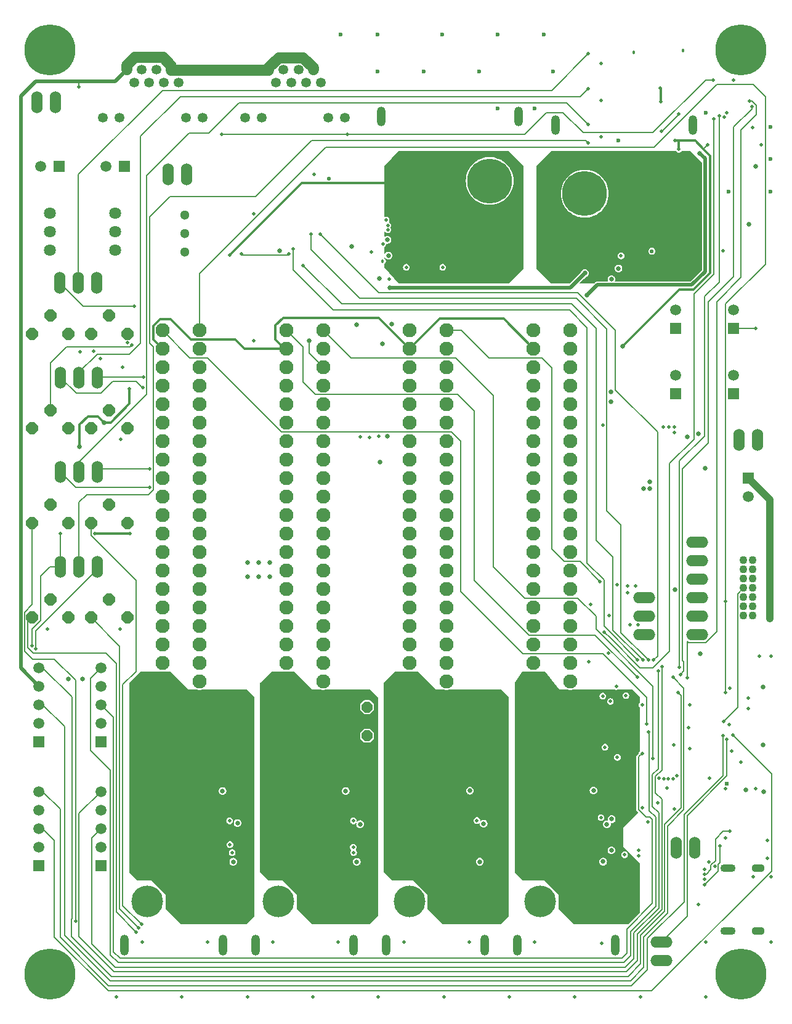
<source format=gbr>
%TF.GenerationSoftware,KiCad,Pcbnew,7.0.1*%
%TF.CreationDate,2023-04-09T21:26:53+09:00*%
%TF.ProjectId,(Eagle)PowerUnit-Bseries(ver2.0),28456167-6c65-4295-906f-776572556e69,rev?*%
%TF.SameCoordinates,Original*%
%TF.FileFunction,Copper,L2,Inr*%
%TF.FilePolarity,Positive*%
%FSLAX46Y46*%
G04 Gerber Fmt 4.6, Leading zero omitted, Abs format (unit mm)*
G04 Created by KiCad (PCBNEW 7.0.1) date 2023-04-09 21:26:53*
%MOMM*%
%LPD*%
G01*
G04 APERTURE LIST*
G04 Aperture macros list*
%AMOutline5P*
0 Free polygon, 5 corners , with rotation*
0 The origin of the aperture is its center*
0 number of corners: always 5*
0 $1 to $10 corner X, Y*
0 $11 Rotation angle, in degrees counterclockwise*
0 create outline with 5 corners*
4,1,5,$1,$2,$3,$4,$5,$6,$7,$8,$9,$10,$1,$2,$11*%
%AMOutline6P*
0 Free polygon, 6 corners , with rotation*
0 The origin of the aperture is its center*
0 number of corners: always 6*
0 $1 to $12 corner X, Y*
0 $13 Rotation angle, in degrees counterclockwise*
0 create outline with 6 corners*
4,1,6,$1,$2,$3,$4,$5,$6,$7,$8,$9,$10,$11,$12,$1,$2,$13*%
%AMOutline7P*
0 Free polygon, 7 corners , with rotation*
0 The origin of the aperture is its center*
0 number of corners: always 7*
0 $1 to $14 corner X, Y*
0 $15 Rotation angle, in degrees counterclockwise*
0 create outline with 7 corners*
4,1,7,$1,$2,$3,$4,$5,$6,$7,$8,$9,$10,$11,$12,$13,$14,$1,$2,$15*%
%AMOutline8P*
0 Free polygon, 8 corners , with rotation*
0 The origin of the aperture is its center*
0 number of corners: always 8*
0 $1 to $16 corner X, Y*
0 $17 Rotation angle, in degrees counterclockwise*
0 create outline with 8 corners*
4,1,8,$1,$2,$3,$4,$5,$6,$7,$8,$9,$10,$11,$12,$13,$14,$15,$16,$1,$2,$17*%
G04 Aperture macros list end*
%TA.AperFunction,ComponentPad*%
%ADD10R,1.500000X1.500000*%
%TD*%
%TA.AperFunction,ComponentPad*%
%ADD11C,1.500000*%
%TD*%
%TA.AperFunction,ComponentPad*%
%ADD12Outline8P,-0.825000X0.341726X-0.341726X0.825000X0.341726X0.825000X0.825000X0.341726X0.825000X-0.341726X0.341726X-0.825000X-0.341726X-0.825000X-0.825000X-0.341726X0.000000*%
%TD*%
%TA.AperFunction,ComponentPad*%
%ADD13C,4.350000*%
%TD*%
%TA.AperFunction,ComponentPad*%
%ADD14O,1.200000X2.850000*%
%TD*%
%TA.AperFunction,ComponentPad*%
%ADD15C,7.010400*%
%TD*%
%TA.AperFunction,ComponentPad*%
%ADD16O,1.524000X3.048000*%
%TD*%
%TA.AperFunction,ComponentPad*%
%ADD17C,1.350000*%
%TD*%
%TA.AperFunction,ComponentPad*%
%ADD18O,2.100000X1.100000*%
%TD*%
%TA.AperFunction,ComponentPad*%
%ADD19O,1.800000X1.100000*%
%TD*%
%TA.AperFunction,ComponentPad*%
%ADD20O,3.048000X1.524000*%
%TD*%
%TA.AperFunction,ComponentPad*%
%ADD21C,6.150000*%
%TD*%
%TA.AperFunction,ComponentPad*%
%ADD22O,1.200000X2.700000*%
%TD*%
%TA.AperFunction,ComponentPad*%
%ADD23C,1.950000*%
%TD*%
%TA.AperFunction,ComponentPad*%
%ADD24C,1.635000*%
%TD*%
%TA.AperFunction,ComponentPad*%
%ADD25C,1.100000*%
%TD*%
%TA.AperFunction,ComponentPad*%
%ADD26C,2.700000*%
%TD*%
%TA.AperFunction,ComponentPad*%
%ADD27C,1.300000*%
%TD*%
%TA.AperFunction,ComponentPad*%
%ADD28Outline8P,-0.750000X0.310660X-0.310660X0.750000X0.310660X0.750000X0.750000X0.310660X0.750000X-0.310660X0.310660X-0.750000X-0.310660X-0.750000X-0.750000X-0.310660X90.000000*%
%TD*%
%TA.AperFunction,ViaPad*%
%ADD29C,0.502400*%
%TD*%
%TA.AperFunction,ViaPad*%
%ADD30C,0.652400*%
%TD*%
%TA.AperFunction,ViaPad*%
%ADD31C,0.472400*%
%TD*%
%TA.AperFunction,ViaPad*%
%ADD32C,0.462400*%
%TD*%
%TA.AperFunction,ViaPad*%
%ADD33C,0.482400*%
%TD*%
%TA.AperFunction,ViaPad*%
%ADD34C,0.457200*%
%TD*%
%TA.AperFunction,ViaPad*%
%ADD35C,0.600000*%
%TD*%
%TA.AperFunction,ViaPad*%
%ADD36C,0.552400*%
%TD*%
%TA.AperFunction,ViaPad*%
%ADD37C,1.152400*%
%TD*%
%TA.AperFunction,ViaPad*%
%ADD38C,0.602400*%
%TD*%
%TA.AperFunction,Conductor*%
%ADD39C,0.200000*%
%TD*%
%TA.AperFunction,Conductor*%
%ADD40C,0.300000*%
%TD*%
%TA.AperFunction,Conductor*%
%ADD41C,1.500000*%
%TD*%
%TA.AperFunction,Conductor*%
%ADD42C,0.500000*%
%TD*%
%TA.AperFunction,Conductor*%
%ADD43C,1.000000*%
%TD*%
G04 APERTURE END LIST*
D10*
%TO.N,SGND*%
%TO.C,SPOW*%
X197001100Y-100383600D03*
D11*
%TO.N,N$37*%
X197001100Y-102923600D03*
%TD*%
D12*
%TO.N,CS3_REF1*%
%TO.C,TP5*%
X101051100Y-104003600D03*
X98551100Y-106503600D03*
%TO.N,N$82*%
X103551100Y-106503600D03*
%TD*%
%TO.N,CS1_REF1*%
%TO.C,TP1*%
X101051100Y-78003600D03*
X98551100Y-80503600D03*
%TO.N,N$13*%
X103551100Y-80503600D03*
%TD*%
D10*
%TO.N,SGND*%
%TO.C,Encoder4*%
X108001100Y-153583600D03*
D11*
%TO.N,N/C*%
X108001100Y-151043600D03*
%TO.N,ENC4_A*%
X108001100Y-148503600D03*
%TO.N,+5V*%
X108001100Y-145963600D03*
%TO.N,ENC4_B*%
X108001100Y-143423600D03*
%TD*%
D13*
%TO.N,N$4*%
%TO.C,Motor1*%
X121601100Y-158503600D03*
%TO.N,IP1*%
X114401100Y-158503600D03*
D14*
%TO.N,N/C*%
X124751100Y-164503600D03*
X111251100Y-164503600D03*
%TD*%
D15*
%TO.N,PGND*%
%TO.C,H1*%
X101001100Y-41503600D03*
%TD*%
D10*
%TO.N,N$21*%
%TO.C,Emergency1*%
X102271100Y-57503600D03*
D11*
%TO.N,N$19*%
X99731100Y-57503600D03*
%TD*%
D12*
%TO.N,CS3_REF2*%
%TO.C,TP6*%
X109151100Y-104003600D03*
X106651100Y-106503600D03*
%TO.N,N$98*%
X111651100Y-106503600D03*
%TD*%
D16*
%TO.N,CS4_OCD2*%
%TO.C,JP10*%
X107541100Y-112503600D03*
%TO.N,N$114*%
X105001100Y-112503600D03*
%TO.N,CS4_OCD1*%
X102461100Y-112503600D03*
%TD*%
D17*
%TO.N,+5V*%
%TO.C,RJ45_1*%
X111581100Y-44243600D03*
%TO.N,SGND*%
X112601100Y-46023600D03*
%TO.N,CAN_L*%
X113621100Y-44243600D03*
X114641100Y-46023600D03*
%TO.N,CAN_H*%
X115661100Y-44243600D03*
X116681100Y-46023600D03*
%TO.N,+5V*%
X117701100Y-44243600D03*
%TO.N,SGND*%
X118721100Y-46023600D03*
%TO.N,N$69*%
X122011100Y-50843600D03*
%TO.N,N$71*%
X119721100Y-50843600D03*
%TO.N,N$51*%
X110581100Y-50843600D03*
%TO.N,SGND*%
X108291100Y-50843600D03*
%TD*%
D12*
%TO.N,CS4_REF1*%
%TO.C,TP7*%
X101051100Y-117003600D03*
X98551100Y-119503600D03*
%TO.N,N$100*%
X103551100Y-119503600D03*
%TD*%
D18*
%TO.N,SGND*%
%TO.C,USB1*%
X194171100Y-162563600D03*
D19*
X198351100Y-162563600D03*
X198351100Y-153923600D03*
D18*
X194171100Y-153923600D03*
%TD*%
D20*
%TO.N,BOOT0*%
%TO.C,BOOTMODE*%
X185061100Y-164093600D03*
%TO.N,+3V3*%
X185061100Y-166633600D03*
%TD*%
D16*
%TO.N,CS2_OCD2*%
%TO.C,JP1*%
X107541100Y-86503600D03*
%TO.N,N$83*%
X105001100Y-86503600D03*
%TO.N,CS2_OCD1*%
X102461100Y-86503600D03*
%TD*%
D12*
%TO.N,CS4_REF2*%
%TO.C,TP8*%
X109151100Y-117003600D03*
X106651100Y-119503600D03*
%TO.N,N$101*%
X111651100Y-119503600D03*
%TD*%
D16*
%TO.N,SGND*%
%TO.C,JP7*%
X119821100Y-58583600D03*
%TO.N,N$68*%
X117281100Y-58583600D03*
%TD*%
D21*
%TO.N,N$25*%
%TO.C,BATTERY*%
X185421100Y-61253600D03*
%TO.N,PGND*%
X174521100Y-61253600D03*
D22*
%TO.N,N/C*%
X170521100Y-51853600D03*
X189421100Y-51853600D03*
%TD*%
D13*
%TO.N,N$10*%
%TO.C,CON4*%
X175601100Y-158503600D03*
%TO.N,IP4*%
X168401100Y-158503600D03*
D14*
%TO.N,N/C*%
X178751100Y-164503600D03*
X165251100Y-164503600D03*
%TD*%
D10*
%TO.N,SGND*%
%TO.C,Encoder3*%
X99500000Y-153583600D03*
D11*
%TO.N,N/C*%
X99500000Y-151043600D03*
%TO.N,ENC3_A*%
X99500000Y-148503600D03*
%TO.N,+5V*%
X99500000Y-145963600D03*
%TO.N,ENC3_B*%
X99500000Y-143423600D03*
%TD*%
D23*
%TO.N,N$6*%
%TO.C,EDGE3*%
X155541100Y-140983600D03*
X155541100Y-138443600D03*
X155541100Y-135903600D03*
X155541100Y-133363600D03*
X155541100Y-130823600D03*
%TO.N,IN3*%
X155541100Y-128283600D03*
X155541100Y-125743600D03*
X155541100Y-123203600D03*
X155541100Y-120663600D03*
X155541100Y-118123600D03*
X155541100Y-115583600D03*
%TO.N,N$111*%
X155541100Y-113043600D03*
X155541100Y-110503600D03*
X155541100Y-107963600D03*
X155541100Y-105423600D03*
X155541100Y-102883600D03*
X155541100Y-100343600D03*
X155541100Y-97803600D03*
X155541100Y-95263600D03*
X155541100Y-92723600D03*
X155541100Y-90183600D03*
X155541100Y-87643600D03*
X155541100Y-85103600D03*
%TO.N,SGND*%
X155541100Y-82563600D03*
%TO.N,PWM3*%
X155541100Y-80023600D03*
%TO.N,DIR3*%
X150461100Y-80023600D03*
%TO.N,+3V3*%
X150461100Y-82563600D03*
%TO.N,PGND*%
X150461100Y-85103600D03*
X150461100Y-87643600D03*
X150461100Y-90183600D03*
X150461100Y-92723600D03*
X150461100Y-95263600D03*
X150461100Y-97803600D03*
X150461100Y-100343600D03*
X150461100Y-102883600D03*
X150461100Y-105423600D03*
X150461100Y-107963600D03*
X150461100Y-110503600D03*
X150461100Y-113043600D03*
%TO.N,IN3*%
X150461100Y-115583600D03*
X150461100Y-118123600D03*
X150461100Y-120663600D03*
X150461100Y-123203600D03*
X150461100Y-125743600D03*
%TO.N,N$6*%
X150461100Y-128283600D03*
X150461100Y-130823600D03*
X150461100Y-133363600D03*
X150461100Y-135903600D03*
X150461100Y-138443600D03*
X150461100Y-140983600D03*
%TD*%
D10*
%TO.N,SGND*%
%TO.C,Encoder2*%
X108001100Y-136583600D03*
D11*
%TO.N,N/C*%
X108001100Y-134043600D03*
%TO.N,ENC2_A*%
X108001100Y-131503600D03*
%TO.N,+5V*%
X108001100Y-128963600D03*
%TO.N,ENC2_B*%
X108001100Y-126423600D03*
%TD*%
D23*
%TO.N,N$4*%
%TO.C,EDGE1*%
X121541100Y-140983600D03*
X121541100Y-138443600D03*
X121541100Y-135903600D03*
X121541100Y-133363600D03*
X121541100Y-130823600D03*
%TO.N,IN1*%
X121541100Y-128283600D03*
X121541100Y-125743600D03*
X121541100Y-123203600D03*
X121541100Y-120663600D03*
X121541100Y-118123600D03*
X121541100Y-115583600D03*
%TO.N,N$111*%
X121541100Y-113043600D03*
X121541100Y-110503600D03*
X121541100Y-107963600D03*
X121541100Y-105423600D03*
X121541100Y-102883600D03*
X121541100Y-100343600D03*
X121541100Y-97803600D03*
X121541100Y-95263600D03*
X121541100Y-92723600D03*
X121541100Y-90183600D03*
X121541100Y-87643600D03*
X121541100Y-85103600D03*
%TO.N,SGND*%
X121541100Y-82563600D03*
%TO.N,PWM1*%
X121541100Y-80023600D03*
%TO.N,DIR1*%
X116461100Y-80023600D03*
%TO.N,+3V3*%
X116461100Y-82563600D03*
%TO.N,PGND*%
X116461100Y-85103600D03*
X116461100Y-87643600D03*
X116461100Y-90183600D03*
X116461100Y-92723600D03*
X116461100Y-95263600D03*
X116461100Y-97803600D03*
X116461100Y-100343600D03*
X116461100Y-102883600D03*
X116461100Y-105423600D03*
X116461100Y-107963600D03*
X116461100Y-110503600D03*
X116461100Y-113043600D03*
%TO.N,IN1*%
X116461100Y-115583600D03*
X116461100Y-118123600D03*
X116461100Y-120663600D03*
X116461100Y-123203600D03*
X116461100Y-125743600D03*
%TO.N,N$4*%
X116461100Y-128283600D03*
X116461100Y-130823600D03*
X116461100Y-133363600D03*
X116461100Y-135903600D03*
X116461100Y-138443600D03*
X116461100Y-140983600D03*
%TD*%
D15*
%TO.N,SGND*%
%TO.C,H3*%
X196001100Y-168503600D03*
%TD*%
D10*
%TO.N,SGND*%
%TO.C,Encoder1*%
X99500000Y-136583600D03*
D11*
%TO.N,N/C*%
X99500000Y-134043600D03*
%TO.N,ENC1_A*%
X99500000Y-131503600D03*
%TO.N,+5V*%
X99500000Y-128963600D03*
%TO.N,ENC1_B*%
X99500000Y-126423600D03*
%TD*%
D24*
%TO.N,N$19*%
%TO.C,SW4*%
X101001100Y-63963600D03*
%TO.N,N$21*%
X101001100Y-66503600D03*
%TO.N,N/C*%
X101001100Y-69043600D03*
%TD*%
D10*
%TO.N,N$19*%
%TO.C,INV_SW2*%
X111271100Y-57503600D03*
D11*
%TO.N,PGND*%
X108731100Y-57503600D03*
%TD*%
D23*
%TO.N,N$5*%
%TO.C,EDGE2*%
X138541100Y-140983600D03*
X138541100Y-138443600D03*
X138541100Y-135903600D03*
X138541100Y-133363600D03*
X138541100Y-130823600D03*
%TO.N,IN2*%
X138541100Y-128283600D03*
X138541100Y-125743600D03*
X138541100Y-123203600D03*
X138541100Y-120663600D03*
X138541100Y-118123600D03*
X138541100Y-115583600D03*
%TO.N,N$111*%
X138541100Y-113043600D03*
X138541100Y-110503600D03*
X138541100Y-107963600D03*
X138541100Y-105423600D03*
X138541100Y-102883600D03*
X138541100Y-100343600D03*
X138541100Y-97803600D03*
X138541100Y-95263600D03*
X138541100Y-92723600D03*
X138541100Y-90183600D03*
X138541100Y-87643600D03*
X138541100Y-85103600D03*
%TO.N,SGND*%
X138541100Y-82563600D03*
%TO.N,PWM2*%
X138541100Y-80023600D03*
%TO.N,DIR2*%
X133461100Y-80023600D03*
%TO.N,+3V3*%
X133461100Y-82563600D03*
%TO.N,PGND*%
X133461100Y-85103600D03*
X133461100Y-87643600D03*
X133461100Y-90183600D03*
X133461100Y-92723600D03*
X133461100Y-95263600D03*
X133461100Y-97803600D03*
X133461100Y-100343600D03*
X133461100Y-102883600D03*
X133461100Y-105423600D03*
X133461100Y-107963600D03*
X133461100Y-110503600D03*
X133461100Y-113043600D03*
%TO.N,IN2*%
X133461100Y-115583600D03*
X133461100Y-118123600D03*
X133461100Y-120663600D03*
X133461100Y-123203600D03*
X133461100Y-125743600D03*
%TO.N,N$5*%
X133461100Y-128283600D03*
X133461100Y-130823600D03*
X133461100Y-133363600D03*
X133461100Y-135903600D03*
X133461100Y-138443600D03*
X133461100Y-140983600D03*
%TD*%
D13*
%TO.N,N$6*%
%TO.C,Motor3*%
X157601100Y-158503600D03*
%TO.N,IP3*%
X150401100Y-158503600D03*
D14*
%TO.N,N/C*%
X160751100Y-164503600D03*
X147251100Y-164503600D03*
%TD*%
D16*
%TO.N,VCC*%
%TO.C,SPOW*%
X198271100Y-95053600D03*
%TO.N,N$35*%
X195731100Y-95053600D03*
%TD*%
D21*
%TO.N,VCC*%
%TO.C,THRU*%
X150551100Y-59503600D03*
%TO.N,PGND*%
X161451100Y-59503600D03*
D22*
%TO.N,N/C*%
X146551100Y-50603600D03*
X165451100Y-50603600D03*
%TD*%
D25*
%TO.N,N/C*%
%TO.C,ML1*%
X197636100Y-119263600D03*
X196366100Y-119263600D03*
%TO.N,+3V3*%
X197636100Y-117993600D03*
%TO.N,SWDIO*%
X196366100Y-117993600D03*
%TO.N,SGND*%
X197636100Y-116723600D03*
%TO.N,SWCLK*%
X196366100Y-116723600D03*
%TO.N,SGND*%
X197636100Y-115453600D03*
%TO.N,SWO*%
X196366100Y-115453600D03*
%TO.N,N/C*%
X197636100Y-114183600D03*
%TO.N,N$67*%
X196366100Y-114183600D03*
%TO.N,SGND*%
X197636100Y-112913600D03*
%TO.N,NRST*%
X196366100Y-112913600D03*
%TO.N,N$64*%
X197636100Y-111643600D03*
%TO.N,N$66*%
X196366100Y-111643600D03*
%TD*%
D16*
%TO.N,CS1_OCD2*%
%TO.C,JP8*%
X107461100Y-73503600D03*
%TO.N,N$9*%
X104921100Y-73503600D03*
%TO.N,CS1_OCD1*%
X102381100Y-73503600D03*
%TD*%
%TO.N,SGND*%
%TO.C,GND*%
X101771100Y-48713600D03*
%TO.N,PGND*%
X99231100Y-48713600D03*
%TD*%
D12*
%TO.N,CS2_REF1*%
%TO.C,TP3*%
X101051100Y-91003600D03*
X98551100Y-93503600D03*
%TO.N,N$79*%
X103551100Y-93503600D03*
%TD*%
D10*
%TO.N,N$21*%
%TO.C,CTRL2*%
X195001100Y-88773600D03*
D11*
%TO.N,VCC*%
X195001100Y-86233600D03*
%TD*%
D17*
%TO.N,+5V*%
%TO.C,RJ45_2*%
X131081100Y-44243600D03*
%TO.N,SGND*%
X132101100Y-46023600D03*
%TO.N,CAN_L*%
X133121100Y-44243600D03*
X134141100Y-46023600D03*
%TO.N,CAN_H*%
X135161100Y-44243600D03*
X136181100Y-46023600D03*
%TO.N,+5V*%
X137201100Y-44243600D03*
%TO.N,SGND*%
X138221100Y-46023600D03*
%TO.N,N$70*%
X141511100Y-50843600D03*
%TO.N,N$72*%
X139221100Y-50843600D03*
%TO.N,N$53*%
X130081100Y-50843600D03*
%TO.N,SGND*%
X127791100Y-50843600D03*
%TD*%
D16*
%TO.N,USART_RX*%
%TO.C,ECHO*%
X189651100Y-151103600D03*
%TO.N,USART_TX*%
X187111100Y-151103600D03*
%TD*%
D10*
%TO.N,N$21*%
%TO.C,THRU2*%
X187001100Y-88773600D03*
D11*
%TO.N,VCC*%
X187001100Y-86233600D03*
%TD*%
D12*
%TO.N,CS1_REF2*%
%TO.C,TP2*%
X109151100Y-78003600D03*
X106651100Y-80503600D03*
%TO.N,N$2*%
X111651100Y-80503600D03*
%TD*%
D16*
%TO.N,CS3_OCD2*%
%TO.C,JP9*%
X107541100Y-99503600D03*
%TO.N,N$87*%
X105001100Y-99503600D03*
%TO.N,CS3_OCD1*%
X102461100Y-99503600D03*
%TD*%
D12*
%TO.N,CS2_REF2*%
%TO.C,TP4*%
X109151100Y-91003600D03*
X106651100Y-93503600D03*
%TO.N,N$80*%
X111651100Y-93503600D03*
%TD*%
D20*
%TO.N,+3V3*%
%TO.C,JP11*%
X190001100Y-121853600D03*
%TO.N,SWCLK*%
X190001100Y-119313600D03*
%TO.N,SGND*%
X190001100Y-116773600D03*
%TO.N,SWDIO*%
X190001100Y-114233600D03*
%TO.N,NRST*%
X190001100Y-111693600D03*
%TO.N,SWO*%
X190001100Y-109153600D03*
%TD*%
D10*
%TO.N,N$21*%
%TO.C,THRU1*%
X187001100Y-79773600D03*
D11*
%TO.N,VCC*%
X187001100Y-77233600D03*
%TD*%
D20*
%TO.N,U5V*%
%TO.C,JP6*%
X182701100Y-121843600D03*
%TO.N,N$20*%
X182701100Y-119303600D03*
%TO.N,E5V*%
X182701100Y-116763600D03*
%TD*%
D13*
%TO.N,N$5*%
%TO.C,MOTER*%
X139601100Y-158503600D03*
%TO.N,IP2*%
X132401100Y-158503600D03*
D14*
%TO.N,N/C*%
X142751100Y-164503600D03*
X129251100Y-164503600D03*
%TD*%
D26*
%TO.N,VCC*%
%TO.C,FUSE1*%
X161041100Y-67803600D03*
X161041100Y-71203600D03*
%TO.N,N$25*%
X170961100Y-67803600D03*
X170961100Y-71203600D03*
%TD*%
D27*
%TO.N,CAN_L*%
%TO.C,SW1*%
X119501100Y-66703600D03*
%TO.N,N/C*%
X119501100Y-69243600D03*
%TO.N,N$23*%
X119501100Y-64163600D03*
%TD*%
D23*
%TO.N,N$10*%
%TO.C,EDGE4*%
X172541100Y-140983600D03*
X172541100Y-138443600D03*
X172541100Y-135903600D03*
X172541100Y-133363600D03*
X172541100Y-130823600D03*
%TO.N,IN4*%
X172541100Y-128283600D03*
X172541100Y-125743600D03*
X172541100Y-123203600D03*
X172541100Y-120663600D03*
X172541100Y-118123600D03*
X172541100Y-115583600D03*
%TO.N,N$111*%
X172541100Y-113043600D03*
X172541100Y-110503600D03*
X172541100Y-107963600D03*
X172541100Y-105423600D03*
X172541100Y-102883600D03*
X172541100Y-100343600D03*
X172541100Y-97803600D03*
X172541100Y-95263600D03*
X172541100Y-92723600D03*
X172541100Y-90183600D03*
X172541100Y-87643600D03*
X172541100Y-85103600D03*
%TO.N,SGND*%
X172541100Y-82563600D03*
%TO.N,PWM4*%
X172541100Y-80023600D03*
%TO.N,DIR4*%
X167461100Y-80023600D03*
%TO.N,+3V3*%
X167461100Y-82563600D03*
%TO.N,PGND*%
X167461100Y-85103600D03*
X167461100Y-87643600D03*
X167461100Y-90183600D03*
X167461100Y-92723600D03*
X167461100Y-95263600D03*
X167461100Y-97803600D03*
X167461100Y-100343600D03*
X167461100Y-102883600D03*
X167461100Y-105423600D03*
X167461100Y-107963600D03*
X167461100Y-110503600D03*
X167461100Y-113043600D03*
%TO.N,IN4*%
X167461100Y-115583600D03*
X167461100Y-118123600D03*
X167461100Y-120663600D03*
X167461100Y-123203600D03*
X167461100Y-125743600D03*
%TO.N,N$10*%
X167461100Y-128283600D03*
X167461100Y-130823600D03*
X167461100Y-133363600D03*
X167461100Y-135903600D03*
X167461100Y-138443600D03*
X167461100Y-140983600D03*
%TD*%
D24*
%TO.N,PGND*%
%TO.C,SW5*%
X110001100Y-63963600D03*
%TO.N,N$19*%
X110001100Y-66503600D03*
%TO.N,N/C*%
X110001100Y-69043600D03*
%TD*%
D10*
%TO.N,N$21*%
%TO.C,CTRL1*%
X195001100Y-79773600D03*
D11*
%TO.N,VCC*%
X195001100Y-77233600D03*
%TD*%
D28*
%TO.N,N$11*%
%TO.C,R3*%
X144601100Y-135743600D03*
%TO.N,N$111*%
X144601100Y-131806600D03*
%TD*%
D15*
%TO.N,PGND*%
%TO.C,H2*%
X196001100Y-41503600D03*
%TD*%
%TO.N,SGND*%
%TO.C,H4*%
X101001100Y-168503600D03*
%TD*%
D29*
%TO.N,PWM1*%
X193901100Y-129803600D03*
X193901100Y-117253600D03*
%TO.N,PWM2*%
X183901100Y-138843100D03*
%TO.N,PWM3*%
X176601600Y-114551838D03*
%TO.N,DIR2*%
X181751100Y-127703600D03*
%TO.N,DIR1*%
X183030600Y-134153600D03*
D30*
%TO.N,VCC*%
X142468600Y-68529200D03*
X147361100Y-94563600D03*
D29*
X125740100Y-69687600D03*
D31*
%TO.N,U5V*%
X181820000Y-120500000D03*
X180734300Y-120501202D03*
D29*
%TO.N,USART_RX*%
X200151100Y-124803600D03*
X198501100Y-124803600D03*
%TO.N,+3V3*%
X191638100Y-141610600D03*
X180181100Y-130223600D03*
X177301100Y-137313600D03*
D32*
X111927100Y-88039600D03*
D29*
X184890000Y-46770000D03*
D30*
X108477100Y-92694600D03*
D29*
X112011100Y-107980600D03*
X194473100Y-148877600D03*
D30*
X178226100Y-147204963D03*
D29*
X184516600Y-144979938D03*
X176791100Y-48474600D03*
X190993100Y-154755600D03*
X176795100Y-43381600D03*
X177751100Y-124423600D03*
D30*
X179741600Y-82251600D03*
D29*
X187450000Y-55167000D03*
X185001100Y-48653600D03*
X191391100Y-54560600D03*
D30*
X105048100Y-95999600D03*
D29*
X105134353Y-83000347D03*
D32*
X111660600Y-81758100D03*
D29*
X107201100Y-107973600D03*
X178041518Y-131033182D03*
D30*
X178149100Y-88503600D03*
X178149100Y-89860600D03*
D29*
X186892600Y-53981600D03*
X176791100Y-53453600D03*
D30*
X132533750Y-69081600D03*
D29*
%TO.N,N$33*%
X191001100Y-156253600D03*
X193101600Y-150890863D03*
%TO.N,N$40*%
X185351100Y-93353600D03*
X186851100Y-93353600D03*
X186101100Y-93353600D03*
X186851100Y-94103600D03*
D30*
%TO.N,E5V*%
X188609606Y-94661600D03*
D29*
%TO.N,+5V*%
X105001100Y-46583600D03*
X177040600Y-93023600D03*
D30*
X105501100Y-127933600D03*
X103491100Y-127933600D03*
D29*
%TO.N,CS1_REF1*%
X125755100Y-150693100D03*
X107001100Y-82873600D03*
%TO.N,CS1_REF2*%
X107901100Y-83953600D03*
X126051100Y-151803600D03*
%TO.N,CURRENT1*%
X186696100Y-141650600D03*
%TO.N,N$1*%
X125701100Y-147453600D03*
%TO.N,CS1_OCD1*%
X112611100Y-76693600D03*
%TO.N,CS2_OCD1*%
X113739300Y-87890000D03*
%TO.N,CS2_OCD2*%
X113819300Y-86490000D03*
%TO.N,CS3_OCD1*%
X114700400Y-101613600D03*
%TO.N,CS3_OCD2*%
X114700400Y-99091600D03*
%TO.N,CS4_OCD1*%
X102416100Y-108006600D03*
X98532100Y-123401600D03*
%TO.N,CS4_OCD2*%
X99057100Y-123793600D03*
%TO.N,N$81*%
X142711600Y-147453600D03*
%TO.N,N$99*%
X159701100Y-147403600D03*
%TO.N,N$102*%
X176761600Y-147003600D03*
%TO.N,CS2_REF2*%
X110998100Y-85114600D03*
X142758100Y-151788600D03*
%TO.N,CS2_REF1*%
X142698600Y-151053100D03*
D32*
X112290100Y-82037600D03*
D29*
%TO.N,CURRENT2*%
X186032100Y-141662600D03*
%TO.N,CS3_REF2*%
X113641100Y-161683600D03*
%TO.N,CS3_REF1*%
X104511600Y-161185600D03*
%TO.N,CURRENT3*%
X185377100Y-141628600D03*
%TO.N,CS4_REF2*%
X113219862Y-162183100D03*
%TO.N,CS4_REF1*%
X112841100Y-162720600D03*
%TO.N,CURRENT4*%
X184724100Y-141596600D03*
%TO.N,SHUTDOWN*%
X198811600Y-54503600D03*
X145211600Y-69274100D03*
X175301100Y-117743600D03*
X146784568Y-68152898D03*
X133831100Y-69553600D03*
X127321100Y-69553600D03*
%TO.N,CS*%
X181801100Y-125363600D03*
X134397059Y-68874379D03*
%TO.N,SCK*%
X135801100Y-71103600D03*
X182501100Y-125363600D03*
%TO.N,MISO*%
X183251100Y-125363600D03*
X136880600Y-66776600D03*
D33*
%TO.N,MOSI*%
X138176000Y-66776600D03*
D29*
X183951100Y-125363600D03*
%TO.N,BOOT0*%
X194051100Y-136263600D03*
%TO.N,SWO*%
X193601100Y-133753600D03*
D32*
%TO.N,NRST*%
X187186600Y-141263600D03*
D29*
%TO.N,DIP_SW4*%
X194501100Y-129203600D03*
%TO.N,DIP_SW3*%
X197001100Y-130553600D03*
%TO.N,ENC1_B*%
X187351100Y-129803600D03*
%TO.N,ENC1_A*%
X186651100Y-127703600D03*
%TO.N,ENC3_B*%
X193543862Y-135753100D03*
%TO.N,ENC3_A*%
X194851100Y-135693100D03*
%TO.N,ENC2_B*%
X183264968Y-135214100D03*
%TO.N,ENC2_A*%
X182401100Y-138153600D03*
%TO.N,ENC4_B*%
X185151100Y-126253600D03*
%TO.N,ENC4_A*%
X184630600Y-126803600D03*
%TO.N,DIP_SW1*%
X194401100Y-134203600D03*
%TO.N,DIP_SW2*%
X197001100Y-132003600D03*
D31*
%TO.N,ALIVE_LED*%
X197173829Y-48503601D03*
D29*
X188651100Y-127753600D03*
%TO.N,COM_LED*%
X141901100Y-53103600D03*
X124651100Y-53103600D03*
X187541100Y-126324100D03*
X193001100Y-50553600D03*
X192145100Y-45638600D03*
%TO.N,N$58*%
X195001100Y-45669200D03*
%TO.N,N$59*%
X194020000Y-50100000D03*
%TO.N,DEBUG_LED*%
X187651100Y-127353600D03*
D31*
X197489801Y-49250497D03*
D29*
%TO.N,N$60*%
X197580400Y-52150000D03*
%TO.N,DEBUG_BT*%
X188751100Y-134653600D03*
%TO.N,N$21*%
X198031100Y-79773600D03*
%TO.N,N$16*%
X193511100Y-69138600D03*
%TO.N,EMERGENCY*%
X147601100Y-73003600D03*
D30*
X178192100Y-72996600D03*
D29*
%TO.N,N$22*%
X144951100Y-94753600D03*
%TO.N,N$107*%
X146201100Y-94553600D03*
D30*
%TO.N,5V1*%
X147724353Y-74190347D03*
X146401100Y-98103600D03*
X146671100Y-81903600D03*
X174531100Y-72191600D03*
%TO.N,N$111*%
X136611100Y-81503600D03*
X147551100Y-69763600D03*
D29*
%TO.N,DISABLE*%
X192270000Y-50970000D03*
X177220000Y-121500000D03*
D34*
%TO.N,N$97*%
X188001100Y-41553600D03*
X181272875Y-41825375D03*
D29*
%TO.N,N$9*%
X175001100Y-42014100D03*
%TO.N,N$83*%
X175001100Y-46803600D03*
%TO.N,N$86*%
X187451800Y-50330000D03*
X185040000Y-52704300D03*
%TO.N,N$87*%
X175001100Y-51753600D03*
%TO.N,N$114*%
X175001100Y-54303600D03*
D35*
%TO.N,PGND*%
X194310000Y-60960000D03*
X146050000Y-44450000D03*
X162560000Y-39370000D03*
X160020000Y-44450000D03*
D36*
X183751100Y-69153600D03*
D37*
X102805493Y-39689207D03*
D35*
X170180000Y-44450000D03*
X200025000Y-56515000D03*
D37*
X197805493Y-39689207D03*
D30*
X129701100Y-113903600D03*
D37*
X198552900Y-41493600D03*
D30*
X129701100Y-111903600D03*
D37*
X102805493Y-43297994D03*
D35*
X191135000Y-50165000D03*
D37*
X194196706Y-39689207D03*
X197805493Y-43297994D03*
X196001100Y-44045400D03*
D34*
X146751100Y-70503600D03*
D30*
X143162100Y-79276600D03*
D35*
X179180000Y-53975000D03*
D37*
X101001100Y-44045400D03*
D30*
X197101100Y-65503600D03*
D35*
X140970000Y-39370000D03*
D37*
X99196706Y-43297994D03*
D35*
X162560000Y-49530000D03*
X146050000Y-39370000D03*
X200025000Y-60960000D03*
D30*
X148020100Y-79143600D03*
D29*
X143690000Y-94690000D03*
D37*
X101001100Y-38941800D03*
D35*
X200025000Y-52070000D03*
D30*
X128201100Y-111903600D03*
D37*
X99196706Y-39689207D03*
X98449300Y-41493600D03*
D30*
X146301100Y-72951600D03*
D37*
X103552900Y-41493600D03*
D29*
X155001100Y-71363600D03*
D37*
X194196706Y-43297994D03*
D35*
X167640000Y-49530000D03*
D29*
X150001100Y-71373600D03*
D30*
X131201100Y-113903600D03*
D35*
X154940000Y-39370000D03*
D30*
X147400517Y-67605791D03*
D35*
X152400000Y-44450000D03*
D30*
X131201100Y-111903600D03*
D37*
X193449300Y-41493600D03*
D29*
X179507100Y-69811600D03*
D35*
X168910000Y-39370000D03*
D30*
X128201100Y-113903600D03*
X179157100Y-71525600D03*
D37*
X196001100Y-38941800D03*
D29*
%TO.N,SGND*%
X113651100Y-164103600D03*
X140651100Y-164103600D03*
D30*
X199948100Y-117687600D03*
D29*
X180401100Y-116103600D03*
D32*
X186727600Y-137008100D03*
D29*
X100651100Y-121103600D03*
X110651100Y-121103600D03*
X194679100Y-137846600D03*
D30*
X191062100Y-99003600D03*
X177571100Y-147903600D03*
D29*
X146151100Y-171603600D03*
X180001100Y-152103600D03*
X131651100Y-164103600D03*
X175060100Y-125611600D03*
D37*
X198552900Y-168493600D03*
D29*
X128999100Y-64013600D03*
D37*
X194196706Y-170297993D03*
D29*
X128151100Y-171603600D03*
D37*
X101001100Y-171045400D03*
D30*
X160621100Y-147833600D03*
D29*
X181971100Y-152241600D03*
X185841100Y-142913600D03*
D37*
X103552900Y-168493600D03*
D30*
X177048100Y-153049600D03*
D29*
X177008100Y-130283600D03*
D30*
X196701100Y-143203600D03*
D29*
X193890000Y-149760000D03*
X178950400Y-115002898D03*
D37*
X193449300Y-168493600D03*
D29*
X191151100Y-171603600D03*
D30*
X178196100Y-151481600D03*
D31*
X186830000Y-145830000D03*
D29*
X180401100Y-115203600D03*
D30*
X190331100Y-55703600D03*
X183491100Y-100873600D03*
D29*
X183201100Y-147603600D03*
D30*
X182611100Y-101763600D03*
D38*
X194001100Y-142303600D03*
D29*
X110151100Y-171603600D03*
D30*
X183491100Y-101763600D03*
D37*
X98449300Y-168493600D03*
D30*
X186921600Y-115665600D03*
D29*
X182461100Y-145673600D03*
D30*
X141659181Y-143332519D03*
D36*
X139351100Y-59177100D03*
D30*
X124721418Y-143325282D03*
D37*
X102805493Y-170297993D03*
D29*
X182151100Y-171603600D03*
X191001100Y-154103600D03*
D30*
X158734918Y-143298782D03*
D29*
X200151100Y-164103600D03*
X137316100Y-58586600D03*
X177830000Y-119250000D03*
D37*
X196001100Y-171045400D03*
X197805493Y-170297993D03*
D29*
X199651100Y-152603600D03*
X197651100Y-155103600D03*
X158651100Y-164103600D03*
D37*
X196001100Y-165941800D03*
D29*
X122651100Y-164103600D03*
D37*
X197805493Y-166689207D03*
X101001100Y-165941800D03*
D30*
X175719100Y-143268600D03*
X160088100Y-153054600D03*
D29*
X147465100Y-66213600D03*
X192390000Y-153706150D03*
D30*
X126209100Y-153058600D03*
D29*
X149651100Y-164103600D03*
X147219250Y-64900750D03*
D30*
X143641100Y-147893600D03*
X190126100Y-94262600D03*
D29*
X167651100Y-164103600D03*
X200151100Y-155103600D03*
X189001100Y-137503600D03*
X199651100Y-150103600D03*
D30*
X190381100Y-124473600D03*
D29*
X191590000Y-153060000D03*
D37*
X194196706Y-166689207D03*
D29*
X182401100Y-131503600D03*
X173151100Y-171603600D03*
X155151100Y-171603600D03*
X189001100Y-131503600D03*
D30*
X174856100Y-75184600D03*
D29*
X190114287Y-158954100D03*
D37*
X102805493Y-166689207D03*
D29*
X179001600Y-138713600D03*
X191001100Y-155503600D03*
X178852100Y-128981600D03*
D30*
X198001100Y-57503600D03*
D29*
X193901100Y-143012600D03*
D30*
X199012100Y-129007600D03*
D29*
X147451100Y-65603600D03*
D30*
X126801100Y-147733600D03*
D29*
X137151100Y-171603600D03*
X181971100Y-151500000D03*
X164151100Y-171603600D03*
D37*
X99196706Y-170297993D03*
D29*
X119151100Y-171603600D03*
D30*
X199948100Y-119687600D03*
D29*
X181501100Y-115203600D03*
X110744738Y-94995262D03*
D30*
X199005100Y-137000600D03*
X199948100Y-118687600D03*
D29*
X195994100Y-139398600D03*
X176820000Y-164230000D03*
D30*
X143183100Y-153056600D03*
D29*
X191151100Y-164103600D03*
D30*
X199101100Y-143403600D03*
D37*
X99196706Y-166689207D03*
D29*
%TO.N,THERMAL*%
X129001100Y-81453600D03*
%TO.N,N$63*%
X198001100Y-143003600D03*
%TO.N,N$127*%
X193683906Y-50716204D03*
%TD*%
D39*
%TO.N,ENC4_A*%
X184700000Y-146360000D02*
X184700000Y-159440000D01*
%TO.N,ENC2_B*%
X106551100Y-127873600D02*
X108001100Y-126423600D01*
X106551100Y-137729600D02*
X106551100Y-127873600D01*
X109309000Y-140487500D02*
X106551100Y-137729600D01*
X109309000Y-165864782D02*
X109309000Y-140487500D01*
X110377818Y-166933600D02*
X109309000Y-165864782D01*
X180810000Y-162680000D02*
X180810000Y-165994700D01*
X184300000Y-146930000D02*
X184300000Y-159190000D01*
X180810000Y-165994700D02*
X179871100Y-166933600D01*
X183394968Y-146024968D02*
X184300000Y-146930000D01*
X184300000Y-159190000D02*
X180810000Y-162680000D01*
X179871100Y-166933600D02*
X110377818Y-166933600D01*
X183394968Y-135344100D02*
X183394968Y-146024968D01*
X183264968Y-135214100D02*
X183394968Y-135344100D01*
%TO.N,ENC2_A*%
X109709000Y-165417500D02*
X109709000Y-133211500D01*
X110615100Y-166323600D02*
X109709000Y-165417500D01*
X179621100Y-166323600D02*
X110615100Y-166323600D01*
X180330000Y-165614700D02*
X179621100Y-166323600D01*
X180330000Y-162290000D02*
X180330000Y-165614700D01*
X109709000Y-133211500D02*
X108001100Y-131503600D01*
X183820000Y-147250000D02*
X183820000Y-158800000D01*
X183480000Y-146910000D02*
X183820000Y-147250000D01*
X182917985Y-146910000D02*
X183480000Y-146910000D01*
X181909900Y-145901915D02*
X182917985Y-146910000D01*
X182401100Y-138153600D02*
X181909900Y-138644800D01*
X181909900Y-138644800D02*
X181909900Y-145901915D01*
X183820000Y-158800000D02*
X180330000Y-162290000D01*
%TO.N,ENC1_B*%
X187750000Y-130202500D02*
X187351100Y-129803600D01*
X187750000Y-145668302D02*
X187750000Y-130202500D01*
X185530000Y-147888302D02*
X187750000Y-145668302D01*
X185530000Y-159890000D02*
X185530000Y-147888302D01*
X182210000Y-163210000D02*
X185530000Y-159890000D01*
X180471100Y-168803600D02*
X182210000Y-167064700D01*
X182210000Y-167064700D02*
X182210000Y-163210000D01*
X103960400Y-163322900D02*
X109441100Y-168803600D01*
X103960400Y-160957285D02*
X103960400Y-163322900D01*
X104001100Y-160916585D02*
X103960400Y-160957285D01*
X100001100Y-126423600D02*
X104001100Y-130423600D01*
X104001100Y-130423600D02*
X104001100Y-160916585D01*
X109441100Y-168803600D02*
X180471100Y-168803600D01*
%TO.N,ENC1_A*%
X188150000Y-129202500D02*
X186651100Y-127703600D01*
X188150000Y-145920000D02*
X188150000Y-129202500D01*
X185930000Y-148140000D02*
X188150000Y-145920000D01*
X180824100Y-169423600D02*
X182640000Y-167607700D01*
X182640000Y-167607700D02*
X182640000Y-163430000D01*
X185930000Y-160140000D02*
X185930000Y-148140000D01*
X109271100Y-169423600D02*
X180824100Y-169423600D01*
X103001100Y-163153600D02*
X109271100Y-169423600D01*
X182640000Y-163430000D02*
X185930000Y-160140000D01*
X103001100Y-134503600D02*
X103001100Y-163153600D01*
X100001100Y-131503600D02*
X103001100Y-134503600D01*
%TO.N,ENC3_B*%
X193499900Y-135797062D02*
X193543862Y-135753100D01*
X193499900Y-141264414D02*
X193499900Y-135797062D01*
X188180000Y-146584314D02*
X193499900Y-141264414D01*
X188180000Y-158580000D02*
X188180000Y-146584314D01*
X183140000Y-167904700D02*
X183140000Y-163620000D01*
X183140000Y-163620000D02*
X188180000Y-158580000D01*
X180931100Y-170113600D02*
X183140000Y-167904700D01*
X102401100Y-145823600D02*
X102401100Y-163439882D01*
X102401100Y-163439882D02*
X109074818Y-170113600D01*
X100001100Y-143423600D02*
X102401100Y-145823600D01*
X109074818Y-170113600D02*
X180931100Y-170113600D01*
%TO.N,BOOT0*%
X194051100Y-141278900D02*
X194051100Y-136263600D01*
X188580000Y-146750000D02*
X194051100Y-141278900D01*
X185061100Y-164093600D02*
X188580000Y-160574700D01*
X188580000Y-160574700D02*
X188580000Y-146750000D01*
%TO.N,ENC4_B*%
X185151100Y-140441338D02*
X185151100Y-126253600D01*
X184230000Y-141362438D02*
X185151100Y-140441338D01*
X184230000Y-143576500D02*
X184230000Y-141362438D01*
X185130000Y-144476500D02*
X184230000Y-143576500D01*
X185130000Y-159620000D02*
X185130000Y-144476500D01*
X181760000Y-166654700D02*
X181760000Y-162990000D01*
X180211100Y-168203600D02*
X181760000Y-166654700D01*
X105001100Y-146423600D02*
X105001100Y-163369882D01*
X105001100Y-163369882D02*
X109834818Y-168203600D01*
X109834818Y-168203600D02*
X180211100Y-168203600D01*
X181760000Y-162990000D02*
X185130000Y-159620000D01*
X108001100Y-143423600D02*
X105001100Y-146423600D01*
%TO.N,ENC4_A*%
X184630600Y-140274100D02*
X184630600Y-126803600D01*
X183820000Y-141084700D02*
X184630600Y-140274100D01*
X183820000Y-145480000D02*
X183820000Y-141084700D01*
X184700000Y-146360000D02*
X183820000Y-145480000D01*
X181280000Y-166374700D02*
X181280000Y-162860000D01*
X109980268Y-167546600D02*
X180108100Y-167546600D01*
X106751100Y-164317432D02*
X109980268Y-167546600D01*
X181280000Y-162860000D02*
X184700000Y-159440000D01*
X180108100Y-167546600D02*
X181280000Y-166374700D01*
X106751100Y-149753600D02*
X106751100Y-164317432D01*
X108001100Y-148503600D02*
X106751100Y-149753600D01*
%TO.N,CS2_OCD1*%
X108013100Y-88653600D02*
X104611100Y-88653600D01*
X109608762Y-87057938D02*
X108013100Y-88653600D01*
X112880600Y-87057938D02*
X109608762Y-87057938D01*
X113712662Y-87890000D02*
X112880600Y-87057938D01*
X113739300Y-87890000D02*
X113712662Y-87890000D01*
X104611100Y-88653600D02*
X102461100Y-86503600D01*
%TO.N,CS2_OCD2*%
X107546100Y-86498600D02*
X107541100Y-86503600D01*
X113810700Y-86498600D02*
X107546100Y-86498600D01*
X113819300Y-86490000D02*
X113810700Y-86498600D01*
%TO.N,N$87*%
X126951100Y-48803600D02*
X172051100Y-48803600D01*
X114300000Y-58744700D02*
X120141100Y-52903600D01*
X114300000Y-88809700D02*
X114300000Y-58744700D01*
X120141100Y-52903600D02*
X122851100Y-52903600D01*
X105001100Y-99503600D02*
X105001100Y-98108600D01*
X105001100Y-98108600D02*
X114300000Y-88809700D01*
X122851100Y-52903600D02*
X126951100Y-48803600D01*
X172051100Y-48803600D02*
X175001100Y-51753600D01*
%TO.N,N$114*%
X136974100Y-53930600D02*
X174628100Y-53930600D01*
X129251100Y-61653600D02*
X136974100Y-53930600D01*
X117501100Y-61653600D02*
X129251100Y-61653600D01*
X114700000Y-64454700D02*
X117501100Y-61653600D01*
X115181100Y-82313600D02*
X114700000Y-81832500D01*
X174628100Y-53930600D02*
X175001100Y-54303600D01*
X114700000Y-81832500D02*
X114700000Y-64454700D01*
X115181100Y-101992600D02*
X115181100Y-82313600D01*
X106039100Y-102645600D02*
X114528100Y-102645600D01*
X114528100Y-102645600D02*
X115181100Y-101992600D01*
X105001100Y-103683600D02*
X106039100Y-102645600D01*
X105001100Y-112503600D02*
X105001100Y-103683600D01*
%TO.N,CS3_OCD1*%
X104571100Y-101613600D02*
X102461100Y-99503600D01*
X114700400Y-101613600D02*
X104571100Y-101613600D01*
%TO.N,CS3_OCD2*%
X107951100Y-99093600D02*
X107541100Y-99503600D01*
X114700400Y-99091600D02*
X114698400Y-99093600D01*
X114698400Y-99093600D02*
X107951100Y-99093600D01*
%TO.N,PWM1*%
X184011600Y-54893100D02*
X192651300Y-46253400D01*
X199362800Y-70941900D02*
X193901100Y-76403600D01*
X197713600Y-46253400D02*
X199362800Y-47902600D01*
X193901100Y-76403600D02*
X193901100Y-117253600D01*
X121541100Y-80023600D02*
X121541100Y-72252600D01*
X138900600Y-54893100D02*
X184011600Y-54893100D01*
X199362800Y-47902600D02*
X199362800Y-70941900D01*
X192651300Y-46253400D02*
X197713600Y-46253400D01*
X121541100Y-72252600D02*
X138900600Y-54893100D01*
X193901100Y-117253600D02*
X193901100Y-129803600D01*
%TO.N,PWM2*%
X161951100Y-112503600D02*
X166273100Y-116825600D01*
X173573100Y-116825600D02*
X176051100Y-119303600D01*
X161951100Y-89003600D02*
X161951100Y-112503600D01*
X156813100Y-83865600D02*
X142403212Y-83865600D01*
X142403212Y-83865600D02*
X138561212Y-80023600D01*
X138561212Y-80023600D02*
X138541100Y-80023600D01*
X156813100Y-83865600D02*
X161951100Y-89003600D01*
X183901100Y-128953600D02*
X176051100Y-121103600D01*
X166273100Y-116825600D02*
X173573100Y-116825600D01*
X176051100Y-119303600D02*
X176051100Y-121103600D01*
X183901100Y-138843100D02*
X183901100Y-128953600D01*
%TO.N,PWM3*%
X170001100Y-110103600D02*
X170001100Y-85193713D01*
X173853362Y-111803600D02*
X171701100Y-111803600D01*
X161349100Y-83801600D02*
X157571100Y-80023600D01*
X168608987Y-83801600D02*
X161349100Y-83801600D01*
X176601600Y-114551838D02*
X173853362Y-111803600D01*
X171701100Y-111803600D02*
X170001100Y-110103600D01*
X157571100Y-80023600D02*
X155541100Y-80023600D01*
X170001100Y-85193713D02*
X168608987Y-83801600D01*
%TO.N,DIR2*%
X181751100Y-127703600D02*
X175951100Y-121903600D01*
X159351100Y-91153600D02*
X157051100Y-88853600D01*
X166893600Y-121903600D02*
X159351100Y-114361100D01*
X137501100Y-88853600D02*
X135751100Y-87103600D01*
X159351100Y-114361100D02*
X159351100Y-91153600D01*
X133471100Y-80023600D02*
X133461100Y-80023600D01*
X135751100Y-87103600D02*
X135751100Y-82303600D01*
X135751100Y-82303600D02*
X133471100Y-80023600D01*
X175951100Y-121903600D02*
X166893600Y-121903600D01*
X157051100Y-88853600D02*
X137501100Y-88853600D01*
%TO.N,DIR1*%
X157451100Y-95251100D02*
X156161600Y-93961600D01*
X157451100Y-115953600D02*
X157451100Y-95251100D01*
X166001100Y-124503600D02*
X157451100Y-115953600D01*
X132809100Y-93961600D02*
X122651100Y-83803600D01*
X156161600Y-93961600D02*
X132809100Y-93961600D01*
X122651100Y-83803600D02*
X120241100Y-83803600D01*
X183001100Y-134124100D02*
X183001100Y-130503600D01*
X120241100Y-83803600D02*
X116461100Y-80023600D01*
X177001100Y-124503600D02*
X166001100Y-124503600D01*
X183030600Y-134153600D02*
X183001100Y-134124100D01*
X183001100Y-130503600D02*
X177001100Y-124503600D01*
D40*
%TO.N,VCC*%
X125740100Y-69687600D02*
X135656100Y-59771600D01*
X135656100Y-59771600D02*
X150987100Y-59771600D01*
%TO.N,+3V3*%
X105051100Y-93007600D02*
X105051100Y-95996600D01*
D39*
X193526100Y-148876600D02*
X194472100Y-148876600D01*
D40*
X112004100Y-107973600D02*
X112011100Y-107980600D01*
X108477100Y-92694600D02*
X108474600Y-92692100D01*
X163351100Y-78453600D02*
X167461100Y-82563600D01*
X154571100Y-78453600D02*
X163351100Y-78453600D01*
D39*
X191391100Y-54560600D02*
X190847100Y-55104600D01*
D40*
X131981100Y-81333600D02*
X131981100Y-79373600D01*
X187450000Y-53982600D02*
X187271100Y-53982600D01*
X109345600Y-92692100D02*
X108474600Y-92692100D01*
D39*
X192481100Y-152898900D02*
X192481100Y-149921600D01*
D40*
X116121100Y-78483600D02*
X117611100Y-78483600D01*
X189705100Y-53982600D02*
X187271100Y-53982600D01*
X127761100Y-82593600D02*
X133431100Y-82593600D01*
X185001100Y-46881100D02*
X185001100Y-48653600D01*
D39*
X191880000Y-154149700D02*
X191880000Y-153500000D01*
D40*
X107201100Y-107973600D02*
X112004100Y-107973600D01*
X189483100Y-74448600D02*
X191783100Y-72148600D01*
X179741600Y-82251600D02*
X187544600Y-74448600D01*
X133431100Y-82593600D02*
X133461100Y-82563600D01*
X115191100Y-81293600D02*
X115191100Y-79413600D01*
X111927100Y-90110600D02*
X109345600Y-92692100D01*
X187271100Y-53982600D02*
X186934600Y-53982600D01*
D39*
X190847100Y-55104600D02*
X190827100Y-55104600D01*
D40*
X106218100Y-91840600D02*
X105051100Y-93007600D01*
X117611100Y-78483600D02*
X120421100Y-81293600D01*
X186934600Y-53982600D02*
X186933600Y-53981600D01*
X187450000Y-55167000D02*
X187450000Y-53982600D01*
X133461100Y-82563600D02*
X133211100Y-82563600D01*
X150461100Y-82563600D02*
X154571100Y-78453600D01*
X187544600Y-74448600D02*
X189483100Y-74448600D01*
X108474600Y-92692100D02*
X107623100Y-91840600D01*
X133051100Y-78303600D02*
X146201100Y-78303600D01*
D39*
X191880000Y-153500000D02*
X192481100Y-152898900D01*
D40*
X116461100Y-82563600D02*
X115191100Y-81293600D01*
X190827100Y-55104600D02*
X189705100Y-53982600D01*
X126461100Y-81293600D02*
X127761100Y-82593600D01*
X107623100Y-91840600D02*
X106218100Y-91840600D01*
X120421100Y-81293600D02*
X126461100Y-81293600D01*
X186933600Y-53981600D02*
X186892600Y-53981600D01*
X184890000Y-46770000D02*
X185001100Y-46881100D01*
X105048100Y-95999600D02*
X105051100Y-95996600D01*
X115191100Y-79413600D02*
X116121100Y-78483600D01*
D39*
X192481100Y-149921600D02*
X193526100Y-148876600D01*
D40*
X191783100Y-56060600D02*
X190827100Y-55104600D01*
X133211100Y-82563600D02*
X131981100Y-81333600D01*
D39*
X194472100Y-148876600D02*
X194473100Y-148877600D01*
X191274100Y-154755600D02*
X191880000Y-154149700D01*
D40*
X146201100Y-78303600D02*
X150461100Y-82563600D01*
X111927100Y-88039600D02*
X111927100Y-90110600D01*
X191783100Y-72148600D02*
X191783100Y-56060600D01*
X131981100Y-79373600D02*
X133051100Y-78303600D01*
D39*
X190993100Y-154755600D02*
X191274100Y-154755600D01*
%TO.N,N$33*%
X192870000Y-153433600D02*
X192870000Y-153505630D01*
X193101600Y-153202000D02*
X192870000Y-153433600D01*
X192871200Y-154383500D02*
X191001100Y-156253600D01*
X193101600Y-150890863D02*
X193101600Y-153202000D01*
X192870000Y-153505630D02*
X192871200Y-153506830D01*
X192871200Y-153506830D02*
X192871200Y-154383500D01*
D41*
%TO.N,+5V*%
X132463002Y-42603600D02*
X135819198Y-42603600D01*
X137201100Y-43985502D02*
X137201100Y-44243600D01*
X117701100Y-44303600D02*
X131081100Y-44303600D01*
X111581100Y-43623600D02*
X112654700Y-42550000D01*
D42*
X110001100Y-45823600D02*
X111581100Y-44243600D01*
X105031100Y-45823600D02*
X110001100Y-45823600D01*
X99011100Y-45823600D02*
X105031100Y-45823600D01*
D41*
X116540000Y-42550000D02*
X117701100Y-43711100D01*
D39*
X105001100Y-45853600D02*
X105031100Y-45823600D01*
D41*
X117701100Y-43711100D02*
X117701100Y-44243600D01*
X131081100Y-44303600D02*
X131081100Y-44243600D01*
X111581100Y-44243600D02*
X111581100Y-43623600D01*
X131081100Y-44243600D02*
X131081100Y-43985502D01*
X131081100Y-43985502D02*
X132463002Y-42603600D01*
D39*
X105001100Y-46583600D02*
X105001100Y-45853600D01*
D42*
X96977200Y-126441200D02*
X96981100Y-47853600D01*
D41*
X112654700Y-42550000D02*
X116540000Y-42550000D01*
D42*
X96981100Y-47853600D02*
X99011100Y-45823600D01*
X99500000Y-128963600D02*
X96977200Y-126441200D01*
D41*
X117701100Y-44243600D02*
X117701100Y-44303600D01*
X135819198Y-42603600D02*
X137201100Y-43985502D01*
D39*
%TO.N,CS1_OCD1*%
X105571100Y-76693600D02*
X102381100Y-73503600D01*
X112611100Y-76693600D02*
X105571100Y-76693600D01*
%TO.N,CS4_OCD1*%
X101001100Y-112503600D02*
X102461100Y-112503600D01*
X98532100Y-121066150D02*
X99723100Y-119875150D01*
X99723100Y-119875150D02*
X99723100Y-113781600D01*
X102419100Y-107984600D02*
X102419100Y-112461600D01*
X98532100Y-123401600D02*
X98532100Y-121066150D01*
X102419100Y-107984600D02*
X102416100Y-107987600D01*
X102416100Y-108006600D02*
X102416100Y-107987600D01*
X99723100Y-113781600D02*
X101001100Y-112503600D01*
X102461100Y-112503600D02*
X102419100Y-112461600D01*
%TO.N,CS4_OCD2*%
X107496100Y-112548600D02*
X107541100Y-112503600D01*
X107496100Y-112548600D02*
X107863100Y-112548600D01*
X99057100Y-121354600D02*
X107863100Y-112548600D01*
X99057100Y-121354600D02*
X99057100Y-123793600D01*
%TO.N,CS2_REF1*%
X101051100Y-84551600D02*
X101051100Y-91003600D01*
X103302700Y-82300000D02*
X101051100Y-84551600D01*
X112027700Y-82300000D02*
X103302700Y-82300000D01*
X112290100Y-82037600D02*
X112027700Y-82300000D01*
%TO.N,CS3_REF2*%
X113641100Y-161683600D02*
X111023400Y-159065900D01*
X106649900Y-106504800D02*
X106651100Y-106503600D01*
X111023400Y-128738300D02*
X112871100Y-126890600D01*
X106649900Y-108201915D02*
X106649900Y-106504800D01*
X111023400Y-159065900D02*
X111023400Y-128738300D01*
X112871100Y-126890600D02*
X112871100Y-114423115D01*
X112871100Y-114423115D02*
X106649900Y-108201915D01*
%TO.N,CS3_REF1*%
X97491100Y-124103050D02*
X98584650Y-125196600D01*
X97491100Y-118763600D02*
X97491100Y-124103050D01*
X101606100Y-125196600D02*
X104510100Y-128100600D01*
X98551100Y-117703600D02*
X97491100Y-118763600D01*
X98584650Y-125196600D02*
X101606100Y-125196600D01*
X104510100Y-128100600D02*
X104510100Y-161184100D01*
X98551100Y-106503600D02*
X98551100Y-117703600D01*
X104510100Y-161184100D02*
X104511600Y-161185600D01*
%TO.N,CS4_REF2*%
X110566200Y-123418700D02*
X106651100Y-119503600D01*
X110566200Y-159529438D02*
X110566200Y-123418700D01*
X113219862Y-162183100D02*
X110566200Y-159529438D01*
%TO.N,CS4_REF1*%
X110109000Y-125828500D02*
X108666100Y-124385600D01*
X110109000Y-159988500D02*
X110109000Y-125828500D01*
X97980900Y-120073800D02*
X98551100Y-119503600D01*
X98736585Y-124385600D02*
X97980900Y-123629915D01*
X112841100Y-162720600D02*
X110109000Y-159988500D01*
X97980900Y-123629915D02*
X97980900Y-120073800D01*
X108666100Y-124385600D02*
X98736585Y-124385600D01*
%TO.N,SHUTDOWN*%
X127481100Y-69713600D02*
X127321100Y-69553600D01*
X133671100Y-69713600D02*
X127481100Y-69713600D01*
X133831100Y-69553600D02*
X133671100Y-69713600D01*
%TO.N,CS*%
X139901100Y-77253600D02*
X172451100Y-77253600D01*
X177152800Y-114323523D02*
X177152800Y-120675785D01*
X174851100Y-79653600D02*
X174851100Y-112021823D01*
X172451100Y-77253600D02*
X174851100Y-79653600D01*
X181801100Y-125324085D02*
X181801100Y-125363600D01*
X174851100Y-112021823D02*
X177152800Y-114323523D01*
X134397059Y-71749559D02*
X139901100Y-77253600D01*
X177152800Y-120675785D02*
X181801100Y-125324085D01*
X134397059Y-68874379D02*
X134397059Y-71749559D01*
%TO.N,SCK*%
X141121100Y-76423600D02*
X135801100Y-71103600D01*
X172741100Y-76423600D02*
X141121100Y-76423600D01*
X178400000Y-115232013D02*
X178399200Y-115231213D01*
X178399200Y-114774583D02*
X178400000Y-114773783D01*
X182501100Y-125363600D02*
X178400000Y-121262500D01*
X178400000Y-121262500D02*
X178400000Y-115232013D01*
X178400000Y-111202500D02*
X176101100Y-108903600D01*
X176101100Y-79783600D02*
X172741100Y-76423600D01*
X178399200Y-115231213D02*
X178399200Y-114774583D01*
X176101100Y-108903600D02*
X176101100Y-79783600D01*
X178400000Y-114773783D02*
X178400000Y-111202500D01*
%TO.N,MISO*%
X173371100Y-75663600D02*
X177531100Y-79823600D01*
X179501100Y-106803600D02*
X179501100Y-121613600D01*
X143618334Y-75663600D02*
X173371100Y-75663600D01*
X136880600Y-66776600D02*
X136880600Y-68925866D01*
X136880600Y-68925866D02*
X143618334Y-75663600D01*
X177531100Y-79823600D02*
X177531100Y-104833600D01*
X179501100Y-121613600D02*
X183251100Y-125363600D01*
X177531100Y-104833600D02*
X179501100Y-106803600D01*
%TO.N,MOSI*%
X178751100Y-80013600D02*
X178751100Y-88220019D01*
X138176000Y-66802000D02*
X146227600Y-74853600D01*
X184525100Y-93994019D02*
X184525100Y-124789600D01*
X138176000Y-66776600D02*
X138176000Y-66802000D01*
X173591100Y-74853600D02*
X178751100Y-80013600D01*
X146227600Y-74853600D02*
X173591100Y-74853600D01*
X178751100Y-88220019D02*
X184525100Y-93994019D01*
X184525100Y-124789600D02*
X183951100Y-125363600D01*
%TO.N,SWO*%
X195551100Y-131803600D02*
X195551100Y-116268600D01*
X195551100Y-116268600D02*
X196366100Y-115453600D01*
X193601100Y-133753600D02*
X195551100Y-131803600D01*
%TO.N,ENC3_A*%
X200181100Y-154323600D02*
X183681100Y-170823600D01*
X100001100Y-148515100D02*
X100001100Y-148503600D01*
X200181100Y-141023100D02*
X200181100Y-154323600D01*
X183681100Y-170823600D02*
X109021100Y-170823600D01*
X101601100Y-150115100D02*
X100001100Y-148515100D01*
X194851100Y-135693100D02*
X200181100Y-141023100D01*
X101601100Y-163403600D02*
X101601100Y-150115100D01*
X109021100Y-170823600D02*
X101601100Y-163403600D01*
%TO.N,ALIVE_LED*%
X197500501Y-48503601D02*
X198101598Y-49104698D01*
X191202995Y-122915600D02*
X188799205Y-122915600D01*
X196001100Y-52503600D02*
X196001100Y-72753600D01*
X192651100Y-76103600D02*
X192651100Y-121467495D01*
X188651100Y-122767495D02*
X188651100Y-127753600D01*
X198101598Y-50403102D02*
X196001100Y-52503600D01*
X198101598Y-49104698D02*
X198101598Y-50403102D01*
X197173829Y-48503601D02*
X197500501Y-48503601D01*
X188799205Y-122915600D02*
X188651100Y-122767495D01*
X192651100Y-121467495D02*
X191202995Y-122915600D01*
X196001100Y-72753600D02*
X192651100Y-76103600D01*
%TO.N,COM_LED*%
X193001100Y-73403600D02*
X193001100Y-50553600D01*
X141901100Y-53103600D02*
X166234100Y-53103600D01*
X187541100Y-98013600D02*
X187541100Y-126324100D01*
X191001100Y-94553600D02*
X191001100Y-75403600D01*
X187541100Y-98013600D02*
X191001100Y-94553600D01*
X191130100Y-45638600D02*
X192145100Y-45638600D01*
X183895100Y-52873600D02*
X191130100Y-45638600D01*
X141901100Y-53103600D02*
X124651100Y-53103600D01*
X171542100Y-50139600D02*
X174276100Y-52873600D01*
X169198100Y-50139600D02*
X171542100Y-50139600D01*
X174276100Y-52873600D02*
X183895100Y-52873600D01*
X166234100Y-53103600D02*
X169198100Y-50139600D01*
X191001100Y-75403600D02*
X193001100Y-73403600D01*
%TO.N,DEBUG_LED*%
X197485000Y-49619700D02*
X195001100Y-52103600D01*
X191524100Y-76128913D02*
X191524100Y-95480600D01*
X195001100Y-52103600D02*
X195001100Y-72651913D01*
X195001100Y-72651913D02*
X191524100Y-76128913D01*
X188151100Y-126853600D02*
X187651100Y-127353600D01*
X187941100Y-99063600D02*
X187941100Y-125393600D01*
X191524100Y-95480600D02*
X187941100Y-99063600D01*
X187941100Y-125393600D02*
X188151100Y-125603600D01*
X197489801Y-49250497D02*
X197485000Y-49255298D01*
X188151100Y-125603600D02*
X188151100Y-126853600D01*
X197485000Y-49255298D02*
X197485000Y-49619700D01*
%TO.N,N$21*%
X198031100Y-79773600D02*
X195001100Y-79773600D01*
D42*
%TO.N,5V1*%
X172532353Y-74190347D02*
X174531100Y-72191600D01*
X147724353Y-74190347D02*
X172532353Y-74190347D01*
D39*
%TO.N,N$111*%
X136611100Y-83173600D02*
X136611100Y-81503600D01*
X138541100Y-85103600D02*
X136611100Y-83173600D01*
%TO.N,DISABLE*%
X186201100Y-124103600D02*
X183901100Y-126403600D01*
X178001100Y-122301100D02*
X177220000Y-121520000D01*
X192270000Y-72322250D02*
X189524100Y-75068150D01*
X189524100Y-75068150D02*
X189524100Y-94980600D01*
X192270000Y-50970000D02*
X192270000Y-72322250D01*
X178001100Y-122303600D02*
X178001100Y-122301100D01*
X177220000Y-121520000D02*
X177220000Y-121500000D01*
X189524100Y-94980600D02*
X186201100Y-98303600D01*
X186201100Y-98303600D02*
X186201100Y-124103600D01*
X183901100Y-126403600D02*
X182101100Y-126403600D01*
X182101100Y-126403600D02*
X178001100Y-122303600D01*
%TO.N,N$9*%
X104921100Y-58583600D02*
X104921100Y-73503600D01*
X175001100Y-42014100D02*
X169961600Y-47053600D01*
X169961600Y-47053600D02*
X116451100Y-47053600D01*
X116451100Y-47053600D02*
X104921100Y-58583600D01*
%TO.N,N$83*%
X105001100Y-85801600D02*
X107493100Y-83309600D01*
X107493100Y-83309600D02*
X111922100Y-83309600D01*
X105001100Y-86503600D02*
X105001100Y-85801600D01*
X113426100Y-53378600D02*
X118901100Y-47903600D01*
X113426100Y-81805600D02*
X113426100Y-53378600D01*
X173901100Y-47903600D02*
X175001100Y-46803600D01*
X111922100Y-83309600D02*
X113426100Y-81805600D01*
X118901100Y-47903600D02*
X173901100Y-47903600D01*
%TO.N,N$86*%
X185145700Y-52704300D02*
X185040000Y-52704300D01*
X187451800Y-50398200D02*
X185145700Y-52704300D01*
X187451800Y-50330000D02*
X187451800Y-50398200D01*
D42*
%TO.N,SGND*%
X189254806Y-73781600D02*
X191066100Y-71970307D01*
X191066100Y-71970307D02*
X191066100Y-56438600D01*
X191066100Y-56438600D02*
X190331100Y-55703600D01*
D43*
X199960100Y-103342600D02*
X199960100Y-119675600D01*
X197001100Y-100383600D02*
X199960100Y-103342600D01*
D42*
X176259100Y-73781600D02*
X189254806Y-73781600D01*
D43*
X199960100Y-119675600D02*
X199948100Y-119687600D01*
D42*
X174856100Y-75184600D02*
X176259100Y-73781600D01*
%TD*%
%TA.AperFunction,Conductor*%
%TO.N,N$25*%
G36*
X187055307Y-55408028D02*
G01*
X187071984Y-55420512D01*
X187151159Y-55511885D01*
X187235527Y-55566104D01*
X187260427Y-55582106D01*
X187385055Y-55618700D01*
X187514945Y-55618700D01*
X187639573Y-55582106D01*
X187675996Y-55558698D01*
X187748840Y-55511885D01*
X187828016Y-55420512D01*
X187844693Y-55408028D01*
X187865048Y-55403600D01*
X189022225Y-55403600D01*
X189056873Y-55417952D01*
X190601248Y-56962327D01*
X190615600Y-56996975D01*
X190615600Y-71763408D01*
X190611870Y-71782159D01*
X190601248Y-71798056D01*
X189082555Y-73316748D01*
X189047907Y-73331100D01*
X178696975Y-73331100D01*
X178667146Y-73320974D01*
X178649645Y-73294782D01*
X178651705Y-73263349D01*
X178652170Y-73262224D01*
X178652172Y-73262223D01*
X178705243Y-73134096D01*
X178723345Y-72996600D01*
X178705243Y-72859104D01*
X178652172Y-72730978D01*
X178602337Y-72666031D01*
X178567747Y-72620952D01*
X178457723Y-72536528D01*
X178329597Y-72483457D01*
X178260847Y-72474405D01*
X178192100Y-72465355D01*
X178192099Y-72465355D01*
X178054603Y-72483457D01*
X177926476Y-72536529D01*
X177816452Y-72620952D01*
X177732029Y-72730976D01*
X177678957Y-72859103D01*
X177660855Y-72996599D01*
X177678957Y-73134097D01*
X177686122Y-73151394D01*
X177732028Y-73262223D01*
X177732029Y-73262224D01*
X177732495Y-73263349D01*
X177734555Y-73294782D01*
X177717054Y-73320974D01*
X177687225Y-73331100D01*
X176287153Y-73331100D01*
X176281667Y-73330792D01*
X176242065Y-73326329D01*
X176184518Y-73337217D01*
X176182713Y-73337524D01*
X176136921Y-73344426D01*
X176124813Y-73346252D01*
X176124812Y-73346252D01*
X176124807Y-73346253D01*
X176122878Y-73347182D01*
X176110746Y-73351174D01*
X176108630Y-73351574D01*
X176056826Y-73378953D01*
X176055192Y-73379778D01*
X176002455Y-73405176D01*
X176000878Y-73406639D01*
X175990463Y-73414029D01*
X175988562Y-73415033D01*
X175947151Y-73456443D01*
X175945833Y-73457713D01*
X175902904Y-73497546D01*
X175901830Y-73499407D01*
X175894047Y-73509548D01*
X175814348Y-73589248D01*
X175798452Y-73599870D01*
X175779700Y-73603600D01*
X173874499Y-73603600D01*
X173839851Y-73589248D01*
X173825499Y-73554600D01*
X173839851Y-73519952D01*
X174363203Y-72996599D01*
X174641245Y-72718556D01*
X174662910Y-72707873D01*
X174662636Y-72707212D01*
X174695977Y-72693401D01*
X174796723Y-72651672D01*
X174906747Y-72567247D01*
X174991172Y-72457223D01*
X175044243Y-72329096D01*
X175062345Y-72191600D01*
X175044243Y-72054104D01*
X174991172Y-71925978D01*
X174940087Y-71859402D01*
X174906747Y-71815952D01*
X174796723Y-71731528D01*
X174668597Y-71678457D01*
X174551927Y-71663097D01*
X174531100Y-71660355D01*
X174531099Y-71660355D01*
X174393603Y-71678457D01*
X174265476Y-71731529D01*
X174155452Y-71815952D01*
X174071028Y-71925977D01*
X174015489Y-72060062D01*
X174014828Y-72059788D01*
X174004143Y-72081452D01*
X172496349Y-73589248D01*
X172480453Y-73599870D01*
X172461701Y-73603600D01*
X169979975Y-73603600D01*
X169945327Y-73589248D01*
X167915452Y-71559373D01*
X167901462Y-71525599D01*
X178625855Y-71525599D01*
X178643957Y-71663097D01*
X178697028Y-71791223D01*
X178781452Y-71901247D01*
X178865876Y-71966028D01*
X178891477Y-71985672D01*
X179019604Y-72038743D01*
X179157100Y-72056845D01*
X179294596Y-72038743D01*
X179422723Y-71985672D01*
X179532747Y-71901247D01*
X179617172Y-71791223D01*
X179670243Y-71663096D01*
X179688345Y-71525600D01*
X179670243Y-71388104D01*
X179617172Y-71259978D01*
X179585299Y-71218440D01*
X179532747Y-71149952D01*
X179422723Y-71065528D01*
X179294597Y-71012457D01*
X179225847Y-71003405D01*
X179157100Y-70994355D01*
X179157099Y-70994355D01*
X179019603Y-71012457D01*
X178891476Y-71065529D01*
X178781452Y-71149952D01*
X178697029Y-71259976D01*
X178643957Y-71388103D01*
X178625855Y-71525599D01*
X167901462Y-71525599D01*
X167901100Y-71524725D01*
X167901100Y-69811599D01*
X179050754Y-69811599D01*
X179069239Y-69940166D01*
X179123197Y-70058318D01*
X179208259Y-70156485D01*
X179317525Y-70226705D01*
X179317527Y-70226706D01*
X179442155Y-70263300D01*
X179572045Y-70263300D01*
X179696673Y-70226706D01*
X179733096Y-70203298D01*
X179805940Y-70156485D01*
X179805942Y-70156483D01*
X179891002Y-70058319D01*
X179944960Y-69940167D01*
X179963445Y-69811600D01*
X179944960Y-69683033D01*
X179891002Y-69564881D01*
X179805940Y-69466714D01*
X179696674Y-69396494D01*
X179572045Y-69359900D01*
X179442155Y-69359900D01*
X179317525Y-69396494D01*
X179208259Y-69466714D01*
X179123197Y-69564881D01*
X179069239Y-69683033D01*
X179050754Y-69811599D01*
X167901100Y-69811599D01*
X167901100Y-69153600D01*
X183269497Y-69153600D01*
X183289005Y-69289280D01*
X183289005Y-69289281D01*
X183289006Y-69289283D01*
X183345951Y-69413974D01*
X183435718Y-69517571D01*
X183551035Y-69591681D01*
X183682561Y-69630300D01*
X183819639Y-69630300D01*
X183951165Y-69591681D01*
X184066482Y-69517571D01*
X184156249Y-69413974D01*
X184213194Y-69289283D01*
X184232702Y-69153600D01*
X184213194Y-69017917D01*
X184156249Y-68893226D01*
X184066482Y-68789629D01*
X183951165Y-68715519D01*
X183819639Y-68676900D01*
X183682561Y-68676900D01*
X183551034Y-68715519D01*
X183435718Y-68789629D01*
X183345951Y-68893225D01*
X183289005Y-69017919D01*
X183269497Y-69153600D01*
X167901100Y-69153600D01*
X167901100Y-61253600D01*
X171240788Y-61253600D01*
X171260017Y-61608259D01*
X171317481Y-61958773D01*
X171412502Y-62301007D01*
X171543970Y-62630969D01*
X171710340Y-62944775D01*
X171807436Y-63087981D01*
X171909667Y-63238760D01*
X172024638Y-63374114D01*
X172139609Y-63509469D01*
X172397471Y-63753728D01*
X172680232Y-63968677D01*
X172984574Y-64151794D01*
X173306931Y-64300933D01*
X173391080Y-64329285D01*
X173643524Y-64414344D01*
X173877009Y-64465737D01*
X173990399Y-64490697D01*
X173990401Y-64490697D01*
X173990405Y-64490698D01*
X174343508Y-64529100D01*
X174698690Y-64529100D01*
X174698692Y-64529100D01*
X175051795Y-64490698D01*
X175398676Y-64414344D01*
X175735268Y-64300933D01*
X176057625Y-64151794D01*
X176361968Y-63968677D01*
X176644728Y-63753729D01*
X176902591Y-63509468D01*
X177132533Y-63238760D01*
X177331858Y-62944777D01*
X177498230Y-62630967D01*
X177629697Y-62301008D01*
X177724719Y-61958770D01*
X177782182Y-61608264D01*
X177801411Y-61253600D01*
X177782182Y-60898936D01*
X177724719Y-60548430D01*
X177629697Y-60206192D01*
X177498230Y-59876233D01*
X177498229Y-59876230D01*
X177331859Y-59562424D01*
X177283310Y-59490820D01*
X177132533Y-59268440D01*
X176997177Y-59109088D01*
X176902590Y-58997730D01*
X176644728Y-58753471D01*
X176361967Y-58538522D01*
X176057625Y-58355405D01*
X175735268Y-58206266D01*
X175485522Y-58122118D01*
X175398676Y-58092856D01*
X175398673Y-58092855D01*
X175398672Y-58092855D01*
X175051800Y-58016502D01*
X174799578Y-57989071D01*
X174698692Y-57978100D01*
X174343508Y-57978100D01*
X174255232Y-57987700D01*
X173990399Y-58016502D01*
X173643527Y-58092855D01*
X173306931Y-58206266D01*
X172984574Y-58355405D01*
X172680232Y-58538522D01*
X172397471Y-58753471D01*
X172139609Y-58997730D01*
X171909667Y-59268440D01*
X171710340Y-59562424D01*
X171543970Y-59876230D01*
X171412502Y-60206192D01*
X171317481Y-60548426D01*
X171260017Y-60898940D01*
X171240788Y-61253600D01*
X167901100Y-61253600D01*
X167901100Y-57482475D01*
X167915452Y-57447827D01*
X169945327Y-55417952D01*
X169979975Y-55403600D01*
X187034952Y-55403600D01*
X187055307Y-55408028D01*
G37*
%TD.AperFunction*%
%TD*%
%TA.AperFunction,Conductor*%
%TO.N,N$4*%
G36*
X116273716Y-126904433D02*
G01*
X116352174Y-126919100D01*
X116570025Y-126919100D01*
X116570026Y-126919100D01*
X116648483Y-126904433D01*
X116657486Y-126903600D01*
X117522225Y-126903600D01*
X117556873Y-126917952D01*
X120042522Y-129403600D01*
X121168940Y-129403600D01*
X121186639Y-129406908D01*
X121218031Y-129419070D01*
X121432174Y-129459100D01*
X121650024Y-129459100D01*
X121650026Y-129459100D01*
X121864169Y-129419070D01*
X121895560Y-129406908D01*
X121913260Y-129403600D01*
X128022225Y-129403600D01*
X128056873Y-129417952D01*
X129086748Y-130447827D01*
X129101100Y-130482475D01*
X129101100Y-160524725D01*
X129086748Y-160559373D01*
X128056873Y-161589248D01*
X128022225Y-161603600D01*
X118979975Y-161603600D01*
X118945327Y-161589248D01*
X116915452Y-159559373D01*
X116901100Y-159524725D01*
X116901100Y-157545023D01*
X116901099Y-157545021D01*
X114959678Y-155603600D01*
X112979975Y-155603600D01*
X112945327Y-155589248D01*
X111915452Y-154559373D01*
X111901100Y-154524725D01*
X111901100Y-153058599D01*
X125677855Y-153058599D01*
X125695957Y-153196097D01*
X125749028Y-153324223D01*
X125833452Y-153434247D01*
X125917876Y-153499028D01*
X125943477Y-153518672D01*
X126071604Y-153571743D01*
X126209100Y-153589845D01*
X126346596Y-153571743D01*
X126474723Y-153518672D01*
X126584747Y-153434247D01*
X126669172Y-153324223D01*
X126722243Y-153196096D01*
X126740345Y-153058600D01*
X126722243Y-152921104D01*
X126669172Y-152792978D01*
X126637299Y-152751440D01*
X126584747Y-152682952D01*
X126474723Y-152598528D01*
X126346597Y-152545457D01*
X126277848Y-152536406D01*
X126209100Y-152527355D01*
X126209099Y-152527355D01*
X126071603Y-152545457D01*
X125943476Y-152598529D01*
X125833452Y-152682952D01*
X125749029Y-152792976D01*
X125695957Y-152921103D01*
X125677855Y-153058599D01*
X111901100Y-153058599D01*
X111901100Y-151803599D01*
X125594754Y-151803599D01*
X125613239Y-151932166D01*
X125667197Y-152050318D01*
X125752259Y-152148485D01*
X125861525Y-152218705D01*
X125861527Y-152218706D01*
X125986155Y-152255300D01*
X126116045Y-152255300D01*
X126240673Y-152218706D01*
X126277095Y-152195298D01*
X126349940Y-152148485D01*
X126349942Y-152148483D01*
X126435002Y-152050319D01*
X126488960Y-151932167D01*
X126507445Y-151803600D01*
X126488960Y-151675033D01*
X126435002Y-151556881D01*
X126435001Y-151556880D01*
X126349940Y-151458714D01*
X126240674Y-151388494D01*
X126116045Y-151351900D01*
X125986155Y-151351900D01*
X125861525Y-151388494D01*
X125752259Y-151458714D01*
X125667197Y-151556881D01*
X125613239Y-151675033D01*
X125594754Y-151803599D01*
X111901100Y-151803599D01*
X111901100Y-150693100D01*
X125298754Y-150693100D01*
X125317239Y-150821666D01*
X125371197Y-150939818D01*
X125456259Y-151037985D01*
X125565525Y-151108205D01*
X125565527Y-151108206D01*
X125690155Y-151144800D01*
X125820045Y-151144800D01*
X125944673Y-151108206D01*
X125981095Y-151084798D01*
X126053940Y-151037985D01*
X126053942Y-151037983D01*
X126139002Y-150939819D01*
X126192960Y-150821667D01*
X126211445Y-150693100D01*
X126192960Y-150564533D01*
X126139002Y-150446381D01*
X126053940Y-150348214D01*
X125944674Y-150277994D01*
X125820045Y-150241400D01*
X125690155Y-150241400D01*
X125565525Y-150277994D01*
X125456259Y-150348214D01*
X125371197Y-150446381D01*
X125317239Y-150564533D01*
X125298754Y-150693100D01*
X111901100Y-150693100D01*
X111901100Y-147453600D01*
X125244754Y-147453600D01*
X125263239Y-147582166D01*
X125317197Y-147700318D01*
X125402259Y-147798485D01*
X125511525Y-147868705D01*
X125511527Y-147868706D01*
X125636155Y-147905300D01*
X125766045Y-147905300D01*
X125890673Y-147868706D01*
X125927096Y-147845298D01*
X125999940Y-147798485D01*
X125999942Y-147798483D01*
X126056165Y-147733599D01*
X126269855Y-147733599D01*
X126287957Y-147871097D01*
X126341028Y-147999223D01*
X126425452Y-148109247D01*
X126509876Y-148174028D01*
X126535477Y-148193672D01*
X126663604Y-148246743D01*
X126801100Y-148264845D01*
X126938596Y-148246743D01*
X127066723Y-148193672D01*
X127176747Y-148109247D01*
X127261172Y-147999223D01*
X127314243Y-147871096D01*
X127332345Y-147733600D01*
X127314243Y-147596104D01*
X127261172Y-147467978D01*
X127229299Y-147426440D01*
X127176747Y-147357952D01*
X127066723Y-147273528D01*
X126938597Y-147220457D01*
X126869847Y-147211405D01*
X126801100Y-147202355D01*
X126801099Y-147202355D01*
X126663603Y-147220457D01*
X126535476Y-147273529D01*
X126425452Y-147357952D01*
X126341029Y-147467976D01*
X126287957Y-147596103D01*
X126269855Y-147733599D01*
X126056165Y-147733599D01*
X126085002Y-147700319D01*
X126138960Y-147582167D01*
X126157445Y-147453600D01*
X126138960Y-147325033D01*
X126085002Y-147206881D01*
X126081080Y-147202355D01*
X125999940Y-147108714D01*
X125890674Y-147038494D01*
X125766045Y-147001900D01*
X125636155Y-147001900D01*
X125511525Y-147038494D01*
X125402259Y-147108714D01*
X125317197Y-147206881D01*
X125263239Y-147325033D01*
X125244754Y-147453600D01*
X111901100Y-147453600D01*
X111901100Y-143325281D01*
X124190173Y-143325281D01*
X124208275Y-143462779D01*
X124261346Y-143590905D01*
X124345770Y-143700929D01*
X124430194Y-143765710D01*
X124455795Y-143785354D01*
X124583922Y-143838425D01*
X124721418Y-143856527D01*
X124858914Y-143838425D01*
X124987041Y-143785354D01*
X125097065Y-143700929D01*
X125181490Y-143590905D01*
X125234561Y-143462778D01*
X125252663Y-143325282D01*
X125234561Y-143187786D01*
X125181490Y-143059660D01*
X125149617Y-143018122D01*
X125097065Y-142949634D01*
X124987041Y-142865210D01*
X124858915Y-142812139D01*
X124790166Y-142803088D01*
X124721418Y-142794037D01*
X124721417Y-142794037D01*
X124583921Y-142812139D01*
X124455794Y-142865211D01*
X124345770Y-142949634D01*
X124261347Y-143059658D01*
X124208275Y-143187785D01*
X124190173Y-143325281D01*
X111901100Y-143325281D01*
X111901100Y-128482475D01*
X111915452Y-128447827D01*
X113445327Y-126917952D01*
X113479975Y-126903600D01*
X116264714Y-126903600D01*
X116273716Y-126904433D01*
G37*
%TD.AperFunction*%
%TD*%
%TA.AperFunction,Conductor*%
%TO.N,N$5*%
G36*
X133273716Y-126904433D02*
G01*
X133352174Y-126919100D01*
X133570025Y-126919100D01*
X133570026Y-126919100D01*
X133648483Y-126904433D01*
X133657486Y-126903600D01*
X134522225Y-126903600D01*
X134556873Y-126917952D01*
X137042522Y-129403600D01*
X138168940Y-129403600D01*
X138186639Y-129406908D01*
X138218031Y-129419070D01*
X138432174Y-129459100D01*
X138650024Y-129459100D01*
X138650026Y-129459100D01*
X138864169Y-129419070D01*
X138895560Y-129406908D01*
X138913260Y-129403600D01*
X145022225Y-129403600D01*
X145056873Y-129417952D01*
X146086748Y-130447827D01*
X146101100Y-130482475D01*
X146101100Y-160524725D01*
X146086748Y-160559373D01*
X145056873Y-161589248D01*
X145022225Y-161603600D01*
X136979975Y-161603600D01*
X136945327Y-161589248D01*
X134915452Y-159559373D01*
X134901100Y-159524725D01*
X134901100Y-157545023D01*
X134901099Y-157545021D01*
X132959678Y-155603600D01*
X130979975Y-155603600D01*
X130945327Y-155589248D01*
X129915452Y-154559373D01*
X129901100Y-154524725D01*
X129901100Y-153056599D01*
X142651855Y-153056599D01*
X142669957Y-153194097D01*
X142723028Y-153322223D01*
X142807452Y-153432247D01*
X142891877Y-153497028D01*
X142917477Y-153516672D01*
X143045604Y-153569743D01*
X143183100Y-153587845D01*
X143320596Y-153569743D01*
X143448723Y-153516672D01*
X143558747Y-153432247D01*
X143643172Y-153322223D01*
X143696243Y-153194096D01*
X143714345Y-153056600D01*
X143696243Y-152919104D01*
X143643172Y-152790978D01*
X143611299Y-152749440D01*
X143558747Y-152680952D01*
X143448723Y-152596528D01*
X143320597Y-152543457D01*
X143251848Y-152534406D01*
X143183100Y-152525355D01*
X143183099Y-152525355D01*
X143045603Y-152543457D01*
X142917476Y-152596529D01*
X142807452Y-152680952D01*
X142723029Y-152790976D01*
X142669957Y-152919103D01*
X142651855Y-153056599D01*
X129901100Y-153056599D01*
X129901100Y-151053100D01*
X142242254Y-151053100D01*
X142260739Y-151181666D01*
X142314697Y-151299818D01*
X142314698Y-151299819D01*
X142399758Y-151397983D01*
X142415857Y-151408329D01*
X142433938Y-151429195D01*
X142437867Y-151456524D01*
X142426398Y-151481639D01*
X142374197Y-151541881D01*
X142320239Y-151660033D01*
X142301754Y-151788600D01*
X142320239Y-151917166D01*
X142374197Y-152035318D01*
X142459259Y-152133485D01*
X142568525Y-152203705D01*
X142568527Y-152203706D01*
X142693155Y-152240300D01*
X142823045Y-152240300D01*
X142947673Y-152203706D01*
X142984095Y-152180298D01*
X143056940Y-152133485D01*
X143056942Y-152133483D01*
X143142002Y-152035319D01*
X143195960Y-151917167D01*
X143214445Y-151788600D01*
X143195960Y-151660033D01*
X143142002Y-151541881D01*
X143056942Y-151443717D01*
X143040839Y-151433368D01*
X143022761Y-151412504D01*
X143018832Y-151385175D01*
X143030300Y-151360062D01*
X143082502Y-151299819D01*
X143136460Y-151181667D01*
X143154945Y-151053100D01*
X143136460Y-150924533D01*
X143082502Y-150806381D01*
X142997440Y-150708214D01*
X142888174Y-150637994D01*
X142763545Y-150601400D01*
X142633655Y-150601400D01*
X142509025Y-150637994D01*
X142399759Y-150708214D01*
X142314697Y-150806381D01*
X142260739Y-150924533D01*
X142242254Y-151053100D01*
X129901100Y-151053100D01*
X129901100Y-147453600D01*
X142255254Y-147453600D01*
X142273739Y-147582166D01*
X142327697Y-147700318D01*
X142412759Y-147798485D01*
X142522025Y-147868705D01*
X142522027Y-147868706D01*
X142646655Y-147905300D01*
X142776545Y-147905300D01*
X142901173Y-147868706D01*
X142937596Y-147845298D01*
X143010440Y-147798485D01*
X143028382Y-147777779D01*
X143035507Y-147769556D01*
X143061979Y-147753796D01*
X143092628Y-147756953D01*
X143115333Y-147777779D01*
X143121119Y-147808041D01*
X143109855Y-147893599D01*
X143127957Y-148031097D01*
X143181028Y-148159223D01*
X143265452Y-148269247D01*
X143349876Y-148334028D01*
X143375477Y-148353672D01*
X143503604Y-148406743D01*
X143641100Y-148424845D01*
X143778596Y-148406743D01*
X143906723Y-148353672D01*
X144016747Y-148269247D01*
X144101172Y-148159223D01*
X144154243Y-148031096D01*
X144172345Y-147893600D01*
X144154243Y-147756104D01*
X144101172Y-147627978D01*
X144066019Y-147582166D01*
X144016747Y-147517952D01*
X143906723Y-147433528D01*
X143778597Y-147380457D01*
X143709847Y-147371405D01*
X143641100Y-147362355D01*
X143641099Y-147362355D01*
X143503603Y-147380457D01*
X143375476Y-147433529D01*
X143265454Y-147517951D01*
X143248109Y-147540556D01*
X143221776Y-147558094D01*
X143190214Y-147555883D01*
X143166583Y-147534846D01*
X143160734Y-147503752D01*
X143167945Y-147453599D01*
X143149460Y-147325033D01*
X143095502Y-147206881D01*
X143010440Y-147108714D01*
X142901174Y-147038494D01*
X142776545Y-147001900D01*
X142646655Y-147001900D01*
X142522025Y-147038494D01*
X142412759Y-147108714D01*
X142327697Y-147206881D01*
X142273739Y-147325033D01*
X142255254Y-147453600D01*
X129901100Y-147453600D01*
X129901100Y-143332518D01*
X141127936Y-143332518D01*
X141146038Y-143470016D01*
X141199109Y-143598142D01*
X141283533Y-143708166D01*
X141367957Y-143772947D01*
X141393558Y-143792591D01*
X141521685Y-143845662D01*
X141659181Y-143863764D01*
X141796677Y-143845662D01*
X141924804Y-143792591D01*
X142034828Y-143708166D01*
X142119253Y-143598142D01*
X142172324Y-143470015D01*
X142190426Y-143332519D01*
X142172324Y-143195023D01*
X142119253Y-143066897D01*
X142087380Y-143025359D01*
X142034828Y-142956871D01*
X141924804Y-142872447D01*
X141796678Y-142819376D01*
X141727928Y-142810324D01*
X141659181Y-142801274D01*
X141659180Y-142801274D01*
X141521684Y-142819376D01*
X141393557Y-142872448D01*
X141283533Y-142956871D01*
X141199110Y-143066895D01*
X141146038Y-143195022D01*
X141127936Y-143332518D01*
X129901100Y-143332518D01*
X129901100Y-136074010D01*
X143650600Y-136074010D01*
X143662232Y-136132493D01*
X143695358Y-136182069D01*
X144162628Y-136649339D01*
X144212209Y-136682467D01*
X144270689Y-136694100D01*
X144270692Y-136694100D01*
X144931510Y-136694100D01*
X144931512Y-136694100D01*
X144989992Y-136682468D01*
X145039568Y-136649342D01*
X145506840Y-136182070D01*
X145539967Y-136132491D01*
X145542875Y-136117870D01*
X145551600Y-136074011D01*
X145551600Y-135413190D01*
X145539968Y-135354709D01*
X145539968Y-135354708D01*
X145506842Y-135305132D01*
X145506841Y-135305130D01*
X145039571Y-134837860D01*
X144989990Y-134804732D01*
X144931511Y-134793100D01*
X144931508Y-134793100D01*
X144270688Y-134793100D01*
X144241447Y-134798916D01*
X144212206Y-134804732D01*
X144162630Y-134837858D01*
X143695360Y-135305128D01*
X143662232Y-135354709D01*
X143650600Y-135413189D01*
X143650600Y-136074010D01*
X129901100Y-136074010D01*
X129901100Y-132137010D01*
X143650600Y-132137010D01*
X143662232Y-132195493D01*
X143695358Y-132245069D01*
X144162628Y-132712339D01*
X144212209Y-132745467D01*
X144270689Y-132757100D01*
X144270692Y-132757100D01*
X144931510Y-132757100D01*
X144931512Y-132757100D01*
X144989992Y-132745468D01*
X145039568Y-132712342D01*
X145506840Y-132245070D01*
X145539967Y-132195491D01*
X145542875Y-132180870D01*
X145551600Y-132137011D01*
X145551600Y-131476190D01*
X145539968Y-131417709D01*
X145539968Y-131417708D01*
X145506842Y-131368132D01*
X145506841Y-131368130D01*
X145039571Y-130900860D01*
X144989990Y-130867732D01*
X144931511Y-130856100D01*
X144931508Y-130856100D01*
X144270688Y-130856100D01*
X144241447Y-130861916D01*
X144212206Y-130867732D01*
X144162630Y-130900858D01*
X143695360Y-131368128D01*
X143662232Y-131417709D01*
X143650600Y-131476189D01*
X143650600Y-132137010D01*
X129901100Y-132137010D01*
X129901100Y-128482475D01*
X129915452Y-128447827D01*
X131445327Y-126917952D01*
X131479975Y-126903600D01*
X133264714Y-126903600D01*
X133273716Y-126904433D01*
G37*
%TD.AperFunction*%
%TD*%
%TA.AperFunction,Conductor*%
%TO.N,VCC*%
G36*
X164056873Y-55417952D02*
G01*
X166086748Y-57447827D01*
X166101100Y-57482475D01*
X166101100Y-71524725D01*
X166086748Y-71559373D01*
X164056873Y-73589248D01*
X164022225Y-73603600D01*
X148978831Y-73603600D01*
X148959224Y-73599506D01*
X148942893Y-73587908D01*
X147014162Y-71506908D01*
X147001100Y-71473600D01*
X147001100Y-71373599D01*
X149544754Y-71373599D01*
X149563239Y-71502166D01*
X149617197Y-71620318D01*
X149702259Y-71718485D01*
X149811525Y-71788705D01*
X149811527Y-71788706D01*
X149936155Y-71825300D01*
X150066045Y-71825300D01*
X150190673Y-71788706D01*
X150227095Y-71765298D01*
X150299940Y-71718485D01*
X150308607Y-71708483D01*
X150385002Y-71620319D01*
X150438960Y-71502167D01*
X150457445Y-71373600D01*
X150456007Y-71363600D01*
X154544754Y-71363600D01*
X154563239Y-71492166D01*
X154617197Y-71610318D01*
X154702259Y-71708485D01*
X154811525Y-71778705D01*
X154811527Y-71778706D01*
X154936155Y-71815300D01*
X155066045Y-71815300D01*
X155190673Y-71778706D01*
X155284379Y-71718485D01*
X155299940Y-71708485D01*
X155299942Y-71708483D01*
X155385002Y-71610319D01*
X155438960Y-71492167D01*
X155457445Y-71363600D01*
X155438960Y-71235033D01*
X155385002Y-71116881D01*
X155299940Y-71018714D01*
X155190674Y-70948494D01*
X155066045Y-70911900D01*
X154936155Y-70911900D01*
X154811525Y-70948494D01*
X154702259Y-71018714D01*
X154617197Y-71116881D01*
X154563239Y-71235033D01*
X154544754Y-71363600D01*
X150456007Y-71363600D01*
X150438960Y-71245033D01*
X150385002Y-71126881D01*
X150376337Y-71116881D01*
X150299940Y-71028714D01*
X150190674Y-70958494D01*
X150066045Y-70921900D01*
X149936155Y-70921900D01*
X149811525Y-70958494D01*
X149702259Y-71028714D01*
X149617197Y-71126881D01*
X149563239Y-71245033D01*
X149544754Y-71373599D01*
X147001100Y-71373599D01*
X147001100Y-70879764D01*
X147007094Y-70856281D01*
X147023608Y-70838543D01*
X147029127Y-70834994D01*
X147034991Y-70831227D01*
X147115794Y-70737975D01*
X147167053Y-70625735D01*
X147184613Y-70503600D01*
X147167053Y-70381465D01*
X147115794Y-70269225D01*
X147034991Y-70175973D01*
X147034990Y-70175972D01*
X147023608Y-70168657D01*
X147007094Y-70150919D01*
X147001100Y-70127436D01*
X147001100Y-70056375D01*
X147010271Y-70027834D01*
X147034349Y-70009975D01*
X147064324Y-70009485D01*
X147088974Y-70026546D01*
X147175452Y-70139247D01*
X147259876Y-70204028D01*
X147285477Y-70223672D01*
X147413604Y-70276743D01*
X147551100Y-70294845D01*
X147688596Y-70276743D01*
X147816723Y-70223672D01*
X147926747Y-70139247D01*
X148011172Y-70029223D01*
X148064243Y-69901096D01*
X148082345Y-69763600D01*
X148064243Y-69626104D01*
X148011172Y-69497978D01*
X147979299Y-69456440D01*
X147926747Y-69387952D01*
X147816723Y-69303528D01*
X147688597Y-69250457D01*
X147619848Y-69241406D01*
X147551100Y-69232355D01*
X147551099Y-69232355D01*
X147413603Y-69250457D01*
X147285476Y-69303529D01*
X147175452Y-69387952D01*
X147088974Y-69500654D01*
X147064324Y-69517715D01*
X147034349Y-69517225D01*
X147010271Y-69499366D01*
X147001100Y-69470825D01*
X147001100Y-68577434D01*
X147007094Y-68553951D01*
X147023607Y-68536214D01*
X147083410Y-68497781D01*
X147168470Y-68399617D01*
X147222428Y-68281465D01*
X147239225Y-68164635D01*
X147258128Y-68132558D01*
X147294120Y-68123028D01*
X147400517Y-68137036D01*
X147538013Y-68118934D01*
X147666140Y-68065863D01*
X147776164Y-67981438D01*
X147860589Y-67871414D01*
X147913660Y-67743287D01*
X147931762Y-67605791D01*
X147913660Y-67468295D01*
X147860589Y-67340169D01*
X147828716Y-67298631D01*
X147776164Y-67230143D01*
X147666140Y-67145719D01*
X147538014Y-67092648D01*
X147469265Y-67083597D01*
X147400517Y-67074546D01*
X147400516Y-67074546D01*
X147263020Y-67092648D01*
X147134893Y-67145720D01*
X147079929Y-67187896D01*
X147045829Y-67197836D01*
X147013973Y-67182126D01*
X147001100Y-67149022D01*
X147001100Y-66499255D01*
X147009850Y-66471309D01*
X147032976Y-66453344D01*
X147062218Y-66451777D01*
X147087132Y-66467167D01*
X147166259Y-66558485D01*
X147275525Y-66628705D01*
X147275527Y-66628706D01*
X147400155Y-66665300D01*
X147530045Y-66665300D01*
X147654673Y-66628706D01*
X147691095Y-66605298D01*
X147763940Y-66558485D01*
X147763942Y-66558483D01*
X147849002Y-66460319D01*
X147902960Y-66342167D01*
X147921445Y-66213600D01*
X147902960Y-66085033D01*
X147849002Y-65966881D01*
X147819304Y-65932608D01*
X147807336Y-65900520D01*
X147819305Y-65868433D01*
X147835002Y-65850319D01*
X147888960Y-65732167D01*
X147907445Y-65603600D01*
X147888960Y-65475033D01*
X147835002Y-65356881D01*
X147749940Y-65258714D01*
X147634747Y-65184685D01*
X147635485Y-65183536D01*
X147622096Y-65174930D01*
X147610629Y-65149816D01*
X147614558Y-65122492D01*
X147657110Y-65029317D01*
X147675595Y-64900750D01*
X147657110Y-64772183D01*
X147603152Y-64654031D01*
X147518090Y-64555864D01*
X147408824Y-64485644D01*
X147284195Y-64449050D01*
X147154305Y-64449050D01*
X147063904Y-64475593D01*
X147034074Y-64474884D01*
X147010186Y-64457002D01*
X147001100Y-64428579D01*
X147001100Y-59503600D01*
X158170788Y-59503600D01*
X158190017Y-59858259D01*
X158247481Y-60208773D01*
X158342502Y-60551007D01*
X158473970Y-60880969D01*
X158640340Y-61194775D01*
X158737436Y-61337981D01*
X158839667Y-61488760D01*
X158954637Y-61624113D01*
X159069609Y-61759469D01*
X159327471Y-62003728D01*
X159610232Y-62218677D01*
X159914574Y-62401794D01*
X160236931Y-62550933D01*
X160321080Y-62579285D01*
X160573524Y-62664344D01*
X160807009Y-62715737D01*
X160920399Y-62740697D01*
X160920401Y-62740697D01*
X160920405Y-62740698D01*
X161273508Y-62779100D01*
X161628690Y-62779100D01*
X161628692Y-62779100D01*
X161981795Y-62740698D01*
X162328676Y-62664344D01*
X162665268Y-62550933D01*
X162987625Y-62401794D01*
X163291968Y-62218677D01*
X163574728Y-62003729D01*
X163832591Y-61759468D01*
X164062533Y-61488760D01*
X164261858Y-61194777D01*
X164428230Y-60880967D01*
X164559697Y-60551008D01*
X164654719Y-60208770D01*
X164712182Y-59858264D01*
X164731411Y-59503600D01*
X164712182Y-59148936D01*
X164654719Y-58798430D01*
X164559697Y-58456192D01*
X164428230Y-58126233D01*
X164428229Y-58126230D01*
X164261859Y-57812424D01*
X164213310Y-57740820D01*
X164062533Y-57518440D01*
X163927177Y-57359088D01*
X163832590Y-57247730D01*
X163574728Y-57003471D01*
X163291967Y-56788522D01*
X162987625Y-56605405D01*
X162665268Y-56456266D01*
X162415522Y-56372117D01*
X162328676Y-56342856D01*
X162328673Y-56342855D01*
X162328672Y-56342855D01*
X161981800Y-56266502D01*
X161729578Y-56239072D01*
X161628692Y-56228100D01*
X161273508Y-56228100D01*
X161185232Y-56237700D01*
X160920399Y-56266502D01*
X160573527Y-56342855D01*
X160236931Y-56456266D01*
X159914574Y-56605405D01*
X159610232Y-56788522D01*
X159327471Y-57003471D01*
X159069609Y-57247730D01*
X158839667Y-57518440D01*
X158640340Y-57812424D01*
X158473970Y-58126230D01*
X158342502Y-58456192D01*
X158247481Y-58798426D01*
X158190017Y-59148940D01*
X158170788Y-59503600D01*
X147001100Y-59503600D01*
X147001100Y-57432861D01*
X147015005Y-57398666D01*
X148944491Y-55418405D01*
X148960541Y-55407453D01*
X148979586Y-55403600D01*
X164022225Y-55403600D01*
X164056873Y-55417952D01*
G37*
%TD.AperFunction*%
%TD*%
%TA.AperFunction,Conductor*%
%TO.N,N$6*%
G36*
X150273716Y-126904433D02*
G01*
X150352174Y-126919100D01*
X150570025Y-126919100D01*
X150570026Y-126919100D01*
X150648483Y-126904433D01*
X150657486Y-126903600D01*
X151522225Y-126903600D01*
X151556873Y-126917952D01*
X154042522Y-129403600D01*
X155168940Y-129403600D01*
X155186639Y-129406908D01*
X155218031Y-129419070D01*
X155432174Y-129459100D01*
X155650024Y-129459100D01*
X155650026Y-129459100D01*
X155864169Y-129419070D01*
X155895560Y-129406908D01*
X155913260Y-129403600D01*
X163022225Y-129403600D01*
X163056873Y-129417952D01*
X164086748Y-130447827D01*
X164101100Y-130482475D01*
X164101100Y-160524725D01*
X164086748Y-160559373D01*
X163056873Y-161589248D01*
X163022225Y-161603600D01*
X154979975Y-161603600D01*
X154945327Y-161589248D01*
X152915452Y-159559373D01*
X152901100Y-159524725D01*
X152901100Y-157545023D01*
X152901099Y-157545021D01*
X150959678Y-155603600D01*
X147979975Y-155603600D01*
X147945327Y-155589248D01*
X146915452Y-154559373D01*
X146901100Y-154524725D01*
X146901100Y-153054599D01*
X159556855Y-153054599D01*
X159574957Y-153192097D01*
X159628028Y-153320223D01*
X159712452Y-153430247D01*
X159796876Y-153495028D01*
X159822477Y-153514672D01*
X159950604Y-153567743D01*
X160088100Y-153585845D01*
X160225596Y-153567743D01*
X160353723Y-153514672D01*
X160463747Y-153430247D01*
X160548172Y-153320223D01*
X160601243Y-153192096D01*
X160619345Y-153054600D01*
X160601243Y-152917104D01*
X160548172Y-152788978D01*
X160516299Y-152747440D01*
X160463747Y-152678952D01*
X160353723Y-152594528D01*
X160225597Y-152541457D01*
X160156847Y-152532405D01*
X160088100Y-152523355D01*
X160088099Y-152523355D01*
X159950603Y-152541457D01*
X159822476Y-152594529D01*
X159712452Y-152678952D01*
X159628029Y-152788976D01*
X159574957Y-152917103D01*
X159556855Y-153054599D01*
X146901100Y-153054599D01*
X146901100Y-147403600D01*
X159244754Y-147403600D01*
X159263239Y-147532166D01*
X159317197Y-147650318D01*
X159402259Y-147748485D01*
X159511525Y-147818705D01*
X159511527Y-147818706D01*
X159636155Y-147855300D01*
X159766045Y-147855300D01*
X159890673Y-147818706D01*
X159999942Y-147748483D01*
X160012251Y-147734277D01*
X160038723Y-147718515D01*
X160069371Y-147721671D01*
X160092077Y-147742497D01*
X160097864Y-147772759D01*
X160089854Y-147833599D01*
X160107957Y-147971097D01*
X160161028Y-148099223D01*
X160245452Y-148209247D01*
X160329877Y-148274028D01*
X160355477Y-148293672D01*
X160483604Y-148346743D01*
X160621100Y-148364845D01*
X160758596Y-148346743D01*
X160886723Y-148293672D01*
X160996747Y-148209247D01*
X161081172Y-148099223D01*
X161134243Y-147971096D01*
X161152345Y-147833600D01*
X161134243Y-147696104D01*
X161081172Y-147567978D01*
X161014089Y-147480553D01*
X160996747Y-147457952D01*
X160886723Y-147373528D01*
X160758597Y-147320457D01*
X160689848Y-147311406D01*
X160621100Y-147302355D01*
X160621099Y-147302355D01*
X160483603Y-147320457D01*
X160355476Y-147373529D01*
X160245454Y-147457951D01*
X160241569Y-147463015D01*
X160215235Y-147480553D01*
X160183674Y-147478342D01*
X160160042Y-147457305D01*
X160154194Y-147426211D01*
X160157445Y-147403599D01*
X160138960Y-147275033D01*
X160085002Y-147156881D01*
X159999940Y-147058714D01*
X159890674Y-146988494D01*
X159766045Y-146951900D01*
X159636155Y-146951900D01*
X159511525Y-146988494D01*
X159402259Y-147058714D01*
X159317197Y-147156881D01*
X159263239Y-147275033D01*
X159244754Y-147403600D01*
X146901100Y-147403600D01*
X146901100Y-143298781D01*
X158203673Y-143298781D01*
X158221775Y-143436279D01*
X158274846Y-143564405D01*
X158359270Y-143674429D01*
X158443695Y-143739210D01*
X158469295Y-143758854D01*
X158597422Y-143811925D01*
X158734918Y-143830027D01*
X158872414Y-143811925D01*
X159000541Y-143758854D01*
X159110565Y-143674429D01*
X159194990Y-143564405D01*
X159248061Y-143436278D01*
X159266163Y-143298782D01*
X159248061Y-143161286D01*
X159194990Y-143033160D01*
X159163117Y-142991622D01*
X159110565Y-142923134D01*
X159000541Y-142838710D01*
X158872415Y-142785639D01*
X158803665Y-142776587D01*
X158734918Y-142767537D01*
X158734917Y-142767537D01*
X158597421Y-142785639D01*
X158469294Y-142838711D01*
X158359270Y-142923134D01*
X158274847Y-143033158D01*
X158221775Y-143161285D01*
X158203673Y-143298781D01*
X146901100Y-143298781D01*
X146901100Y-128482475D01*
X146915452Y-128447827D01*
X148445327Y-126917952D01*
X148479975Y-126903600D01*
X150264714Y-126903600D01*
X150273716Y-126904433D01*
G37*
%TD.AperFunction*%
%TD*%
%TA.AperFunction,Conductor*%
%TO.N,N$10*%
G36*
X167273716Y-126904433D02*
G01*
X167352174Y-126919100D01*
X167570025Y-126919100D01*
X167570026Y-126919100D01*
X167648483Y-126904433D01*
X167657486Y-126903600D01*
X169025611Y-126903600D01*
X169046837Y-126908436D01*
X169063874Y-126921990D01*
X171049163Y-129403600D01*
X172168940Y-129403600D01*
X172186639Y-129406908D01*
X172218031Y-129419070D01*
X172432174Y-129459100D01*
X172650024Y-129459100D01*
X172650026Y-129459100D01*
X172864169Y-129419070D01*
X172895560Y-129406908D01*
X172913260Y-129403600D01*
X178678961Y-129403600D01*
X178692766Y-129405585D01*
X178787155Y-129433300D01*
X178917045Y-129433300D01*
X179011434Y-129405585D01*
X179025239Y-129403600D01*
X181022225Y-129403600D01*
X181056873Y-129417952D01*
X182086748Y-130447827D01*
X182101100Y-130482475D01*
X182101100Y-131141777D01*
X182089132Y-131173865D01*
X182017197Y-131256881D01*
X181963239Y-131375033D01*
X181944754Y-131503599D01*
X181963239Y-131632166D01*
X182017197Y-131750318D01*
X182089132Y-131833335D01*
X182101100Y-131865423D01*
X182101100Y-137791777D01*
X182089132Y-137823865D01*
X182017197Y-137906881D01*
X181963239Y-138025033D01*
X181944754Y-138153599D01*
X181945208Y-138156756D01*
X181943198Y-138179201D01*
X181931354Y-138198373D01*
X181737726Y-138392001D01*
X181726109Y-138400360D01*
X181693257Y-138436396D01*
X181691697Y-138438030D01*
X181677726Y-138452002D01*
X181675690Y-138454973D01*
X181671486Y-138460279D01*
X181649983Y-138483867D01*
X181644335Y-138498445D01*
X181639073Y-138508427D01*
X181630244Y-138521318D01*
X181622937Y-138552383D01*
X181620930Y-138558863D01*
X181609400Y-138588626D01*
X181609400Y-138604254D01*
X181608098Y-138615474D01*
X181604520Y-138630681D01*
X181608930Y-138662287D01*
X181609400Y-138669057D01*
X181609400Y-145844905D01*
X181607096Y-145859026D01*
X181609348Y-145907725D01*
X181609400Y-145909988D01*
X181609400Y-145929759D01*
X181610059Y-145933285D01*
X181610841Y-145940024D01*
X181612314Y-145971907D01*
X181618628Y-145986206D01*
X181621967Y-145996990D01*
X181624838Y-146012346D01*
X181624838Y-146012347D01*
X181624839Y-146012348D01*
X181641637Y-146039480D01*
X181644797Y-146045475D01*
X181657692Y-146074679D01*
X181668742Y-146085728D01*
X181675752Y-146094577D01*
X181683981Y-146107867D01*
X181709449Y-146127099D01*
X181714568Y-146131554D01*
X181828853Y-146245839D01*
X181843205Y-146280487D01*
X181828853Y-146315135D01*
X179821100Y-148322888D01*
X179821100Y-151014311D01*
X182086748Y-153279959D01*
X182101100Y-153314607D01*
X182101100Y-160073632D01*
X182086748Y-160108280D01*
X180605781Y-161589248D01*
X180589884Y-161599870D01*
X180571133Y-161603600D01*
X172979975Y-161603600D01*
X172945327Y-161589248D01*
X170915452Y-159559373D01*
X170901100Y-159524725D01*
X170901100Y-157545023D01*
X170901099Y-157545021D01*
X168959678Y-155603600D01*
X165979975Y-155603600D01*
X165945327Y-155589248D01*
X164915452Y-154559373D01*
X164901100Y-154524725D01*
X164901100Y-153049599D01*
X176516855Y-153049599D01*
X176534957Y-153187097D01*
X176588028Y-153315223D01*
X176672452Y-153425247D01*
X176756877Y-153490028D01*
X176782477Y-153509672D01*
X176910604Y-153562743D01*
X177048100Y-153580845D01*
X177185596Y-153562743D01*
X177313723Y-153509672D01*
X177423747Y-153425247D01*
X177508172Y-153315223D01*
X177561243Y-153187096D01*
X177579345Y-153049600D01*
X177561243Y-152912104D01*
X177508172Y-152783978D01*
X177476299Y-152742440D01*
X177423747Y-152673952D01*
X177313723Y-152589528D01*
X177185597Y-152536457D01*
X177116847Y-152527405D01*
X177048100Y-152518355D01*
X177048099Y-152518355D01*
X176910603Y-152536457D01*
X176820005Y-152573983D01*
X176789830Y-152586483D01*
X176782476Y-152589529D01*
X176672452Y-152673952D01*
X176588029Y-152783976D01*
X176534957Y-152912103D01*
X176516855Y-153049599D01*
X164901100Y-153049599D01*
X164901100Y-152103600D01*
X179544754Y-152103600D01*
X179563239Y-152232166D01*
X179617197Y-152350318D01*
X179702259Y-152448485D01*
X179811525Y-152518705D01*
X179811527Y-152518706D01*
X179936155Y-152555300D01*
X180066045Y-152555300D01*
X180190673Y-152518706D01*
X180237956Y-152488319D01*
X180299940Y-152448485D01*
X180299942Y-152448483D01*
X180385002Y-152350319D01*
X180438960Y-152232167D01*
X180457445Y-152103600D01*
X180438960Y-151975033D01*
X180385002Y-151856881D01*
X180374606Y-151844883D01*
X180299940Y-151758714D01*
X180190674Y-151688494D01*
X180066045Y-151651900D01*
X179936155Y-151651900D01*
X179811525Y-151688494D01*
X179702259Y-151758714D01*
X179617197Y-151856881D01*
X179563239Y-151975033D01*
X179544754Y-152103600D01*
X164901100Y-152103600D01*
X164901100Y-151481600D01*
X177664855Y-151481600D01*
X177673906Y-151550348D01*
X177682957Y-151619097D01*
X177736028Y-151747223D01*
X177820452Y-151857247D01*
X177838115Y-151870800D01*
X177930477Y-151941672D01*
X178058604Y-151994743D01*
X178196100Y-152012845D01*
X178333596Y-151994743D01*
X178461723Y-151941672D01*
X178571747Y-151857247D01*
X178656172Y-151747223D01*
X178709243Y-151619096D01*
X178727345Y-151481600D01*
X178709243Y-151344104D01*
X178656172Y-151215978D01*
X178609472Y-151155117D01*
X178571747Y-151105952D01*
X178461723Y-151021528D01*
X178333597Y-150968457D01*
X178264847Y-150959405D01*
X178196100Y-150950355D01*
X178196099Y-150950355D01*
X178058603Y-150968457D01*
X177930476Y-151021529D01*
X177820452Y-151105952D01*
X177736029Y-151215976D01*
X177736028Y-151215977D01*
X177736028Y-151215978D01*
X177682957Y-151344104D01*
X177664855Y-151481600D01*
X164901100Y-151481600D01*
X164901100Y-147903599D01*
X177039855Y-147903599D01*
X177057957Y-148041097D01*
X177111028Y-148169223D01*
X177195452Y-148279247D01*
X177252328Y-148322889D01*
X177305477Y-148363672D01*
X177433604Y-148416743D01*
X177571100Y-148434845D01*
X177708596Y-148416743D01*
X177836723Y-148363672D01*
X177946747Y-148279247D01*
X178031172Y-148169223D01*
X178084243Y-148041096D01*
X178102345Y-147903600D01*
X178086070Y-147779984D01*
X178091187Y-147750965D01*
X178112025Y-147730127D01*
X178141045Y-147725010D01*
X178226100Y-147736208D01*
X178363596Y-147718106D01*
X178491723Y-147665035D01*
X178601747Y-147580610D01*
X178686172Y-147470586D01*
X178739243Y-147342459D01*
X178757345Y-147204963D01*
X178739243Y-147067467D01*
X178686172Y-146939341D01*
X178636827Y-146875033D01*
X178601747Y-146829315D01*
X178491723Y-146744891D01*
X178363597Y-146691820D01*
X178294848Y-146682769D01*
X178226100Y-146673718D01*
X178226099Y-146673718D01*
X178088603Y-146691820D01*
X177960476Y-146744892D01*
X177850452Y-146829315D01*
X177766029Y-146939339D01*
X177712957Y-147067466D01*
X177694855Y-147204963D01*
X177711129Y-147328575D01*
X177706012Y-147357597D01*
X177685174Y-147378434D01*
X177656152Y-147383552D01*
X177571100Y-147372355D01*
X177433603Y-147390457D01*
X177305476Y-147443529D01*
X177195452Y-147527952D01*
X177111029Y-147637976D01*
X177057957Y-147766103D01*
X177039855Y-147903599D01*
X164901100Y-147903599D01*
X164901100Y-147003600D01*
X176305254Y-147003600D01*
X176323739Y-147132166D01*
X176377697Y-147250318D01*
X176462759Y-147348485D01*
X176572025Y-147418705D01*
X176572027Y-147418706D01*
X176696655Y-147455300D01*
X176826545Y-147455300D01*
X176951173Y-147418706D01*
X177005874Y-147383552D01*
X177060440Y-147348485D01*
X177077692Y-147328575D01*
X177145502Y-147250319D01*
X177199460Y-147132167D01*
X177217945Y-147003600D01*
X177199460Y-146875033D01*
X177145502Y-146756881D01*
X177073441Y-146673718D01*
X177060440Y-146658714D01*
X176951174Y-146588494D01*
X176826545Y-146551900D01*
X176696655Y-146551900D01*
X176572025Y-146588494D01*
X176462759Y-146658714D01*
X176377697Y-146756881D01*
X176323739Y-146875033D01*
X176305254Y-147003600D01*
X164901100Y-147003600D01*
X164901100Y-143268599D01*
X175187855Y-143268599D01*
X175205957Y-143406097D01*
X175259028Y-143534223D01*
X175343452Y-143644247D01*
X175427876Y-143709028D01*
X175453477Y-143728672D01*
X175581604Y-143781743D01*
X175719100Y-143799845D01*
X175856596Y-143781743D01*
X175984723Y-143728672D01*
X176094747Y-143644247D01*
X176179172Y-143534223D01*
X176232243Y-143406096D01*
X176250345Y-143268600D01*
X176232243Y-143131104D01*
X176179172Y-143002978D01*
X176147299Y-142961440D01*
X176094747Y-142892952D01*
X175984723Y-142808528D01*
X175856597Y-142755457D01*
X175787848Y-142746406D01*
X175719100Y-142737355D01*
X175719099Y-142737355D01*
X175581603Y-142755457D01*
X175453476Y-142808529D01*
X175343452Y-142892952D01*
X175259029Y-143002976D01*
X175205957Y-143131103D01*
X175187855Y-143268599D01*
X164901100Y-143268599D01*
X164901100Y-138713600D01*
X178545254Y-138713600D01*
X178563739Y-138842166D01*
X178617697Y-138960318D01*
X178702759Y-139058485D01*
X178812025Y-139128705D01*
X178812027Y-139128706D01*
X178936655Y-139165300D01*
X179066545Y-139165300D01*
X179191173Y-139128706D01*
X179227596Y-139105298D01*
X179300440Y-139058485D01*
X179300442Y-139058483D01*
X179385502Y-138960319D01*
X179439460Y-138842167D01*
X179457945Y-138713600D01*
X179439460Y-138585033D01*
X179385502Y-138466881D01*
X179372609Y-138452002D01*
X179300440Y-138368714D01*
X179191174Y-138298494D01*
X179066545Y-138261900D01*
X178936655Y-138261900D01*
X178812025Y-138298494D01*
X178702759Y-138368714D01*
X178617697Y-138466881D01*
X178563739Y-138585033D01*
X178545254Y-138713600D01*
X164901100Y-138713600D01*
X164901100Y-137313599D01*
X176844754Y-137313599D01*
X176863239Y-137442166D01*
X176917197Y-137560318D01*
X177002259Y-137658485D01*
X177111525Y-137728705D01*
X177111527Y-137728706D01*
X177236155Y-137765300D01*
X177366045Y-137765300D01*
X177490673Y-137728706D01*
X177532384Y-137701900D01*
X177599940Y-137658485D01*
X177599942Y-137658483D01*
X177685002Y-137560319D01*
X177738960Y-137442167D01*
X177757445Y-137313600D01*
X177738960Y-137185033D01*
X177685002Y-137066881D01*
X177685001Y-137066880D01*
X177599940Y-136968714D01*
X177490674Y-136898494D01*
X177366045Y-136861900D01*
X177236155Y-136861900D01*
X177111525Y-136898494D01*
X177002259Y-136968714D01*
X176917197Y-137066881D01*
X176863239Y-137185033D01*
X176844754Y-137313599D01*
X164901100Y-137313599D01*
X164901100Y-131033182D01*
X177585172Y-131033182D01*
X177603657Y-131161748D01*
X177657615Y-131279900D01*
X177742677Y-131378067D01*
X177851943Y-131448287D01*
X177851945Y-131448288D01*
X177976573Y-131484882D01*
X178106463Y-131484882D01*
X178231091Y-131448288D01*
X178267514Y-131424880D01*
X178340358Y-131378067D01*
X178342987Y-131375033D01*
X178425420Y-131279901D01*
X178479378Y-131161749D01*
X178497863Y-131033182D01*
X178479378Y-130904615D01*
X178425420Y-130786463D01*
X178349377Y-130698705D01*
X178340358Y-130688296D01*
X178231092Y-130618076D01*
X178106463Y-130581482D01*
X177976573Y-130581482D01*
X177851943Y-130618076D01*
X177742677Y-130688296D01*
X177657615Y-130786463D01*
X177603657Y-130904615D01*
X177585172Y-131033182D01*
X164901100Y-131033182D01*
X164901100Y-130283599D01*
X176551754Y-130283599D01*
X176570239Y-130412166D01*
X176624197Y-130530318D01*
X176709259Y-130628485D01*
X176802333Y-130688299D01*
X176818527Y-130698706D01*
X176943155Y-130735300D01*
X177073045Y-130735300D01*
X177197673Y-130698706D01*
X177234095Y-130675298D01*
X177306940Y-130628485D01*
X177306942Y-130628483D01*
X177392002Y-130530319D01*
X177445960Y-130412167D01*
X177464445Y-130283600D01*
X177455818Y-130223600D01*
X179724754Y-130223600D01*
X179743239Y-130352166D01*
X179797197Y-130470318D01*
X179882259Y-130568485D01*
X179991525Y-130638705D01*
X179991527Y-130638706D01*
X180116155Y-130675300D01*
X180246045Y-130675300D01*
X180370673Y-130638706D01*
X180407095Y-130615298D01*
X180479940Y-130568485D01*
X180479942Y-130568483D01*
X180565002Y-130470319D01*
X180618960Y-130352167D01*
X180637445Y-130223600D01*
X180618960Y-130095033D01*
X180565002Y-129976881D01*
X180531930Y-129938714D01*
X180479940Y-129878714D01*
X180370674Y-129808494D01*
X180246045Y-129771900D01*
X180116155Y-129771900D01*
X179991525Y-129808494D01*
X179882259Y-129878714D01*
X179797197Y-129976881D01*
X179743239Y-130095033D01*
X179724754Y-130223600D01*
X177455818Y-130223600D01*
X177445960Y-130155033D01*
X177392002Y-130036881D01*
X177392001Y-130036880D01*
X177306940Y-129938714D01*
X177197674Y-129868494D01*
X177073045Y-129831900D01*
X176943155Y-129831900D01*
X176818525Y-129868494D01*
X176709259Y-129938714D01*
X176624197Y-130036881D01*
X176570239Y-130155033D01*
X176551754Y-130283599D01*
X164901100Y-130283599D01*
X164901100Y-128488157D01*
X164909330Y-128460977D01*
X165933035Y-126925420D01*
X165950684Y-126909398D01*
X165973805Y-126903600D01*
X167264714Y-126903600D01*
X167273716Y-126904433D01*
G37*
%TD.AperFunction*%
%TD*%
M02*

</source>
